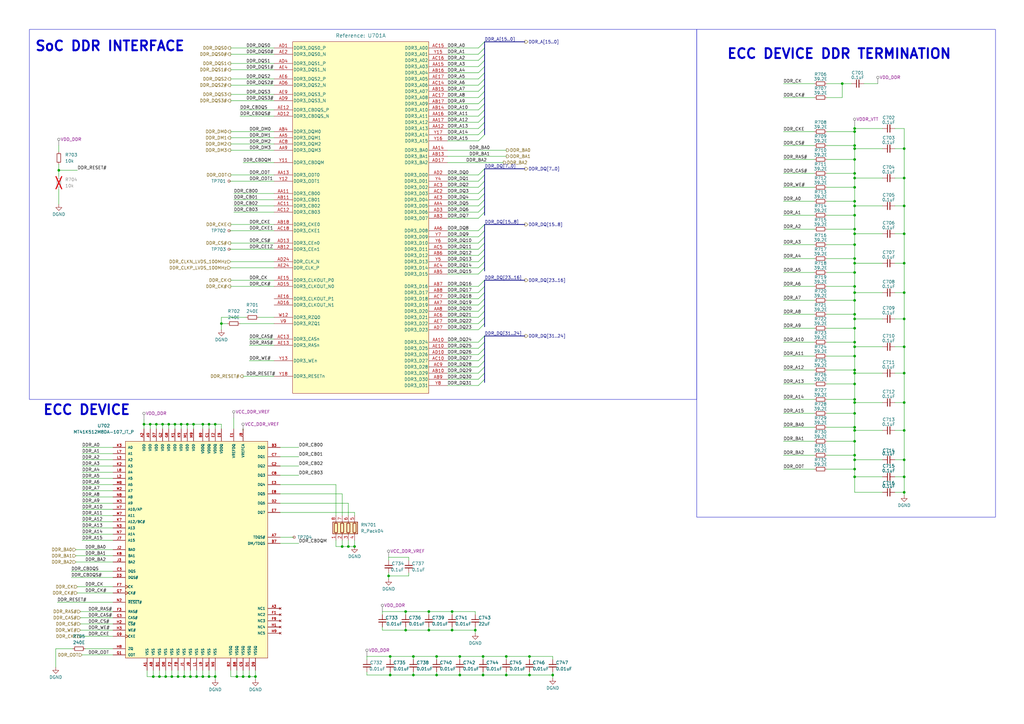
<source format=kicad_sch>
(kicad_sch (version 20250114) (generator "eeschema") (generator_version "9.0")
  (paper "A3")
  (title_block (title "Barre de son (base saine)") (date "2025-05-16") (rev "1.0") (company "NDH"))
  (lib_symbols
    (symbol "Connector:TestPoint_Small" (pin_numbers (hide yes)) (pin_names (offset 0.762) (hide yes))
      (property "Reference" "TP" (at 0 3.81 0))
      (property "Value" "TestPoint_Small" (at 0 2.032 0))
      (symbol "TestPoint_Small_1_1"
        (pin passive line (at 0 0 90) (length 0) (name "1") (number "1"))
      )
    )
    (symbol "Device:C_Small" (pin_numbers (hide yes)) (pin_names (offset 0.254) (hide yes))
      (property "Reference" "C" (at 0.254 1.778 0))
      (property "Value" "C_Small" (at 0.254 -2.032 0))
      (symbol "C_Small_1_1"
        (pin passive line (at 0 2.54 270) (length 2.032) (name "~") (number "1"))
        (pin passive line (at 0 -2.54 90) (length 2.032) (name "~") (number "2"))
      )
    )
    (symbol "Device:R_Pack04" (pin_names (offset 0) (hide yes))
      (property "Reference" "RN" (at -7.62 0 90))
      (property "Value" "R_Pack04" (at 5.08 0 90))
      (symbol "R_Pack04_1_1"
        (pin passive line (at -5.08 5.08 270) (length 2.54) (name "R1.2") (number "8"))
        (pin passive line (at -5.08 -5.08 90) (length 2.54) (name "R1.1") (number "1"))
        (pin passive line (at -2.54 5.08 270) (length 2.54) (name "R2.2") (number "7"))
        (pin passive line (at -2.54 -5.08 90) (length 2.54) (name "R2.1") (number "2"))
        (pin passive line (at 0 5.08 270) (length 2.54) (name "R3.2") (number "6"))
        (pin passive line (at 0 -5.08 90) (length 2.54) (name "R3.1") (number "3"))
        (pin passive line (at 2.54 5.08 270) (length 2.54) (name "R4.2") (number "5"))
        (pin passive line (at 2.54 -5.08 90) (length 2.54) (name "R4.1") (number "4"))
      )
    )
    (symbol "Device:R_Small" (pin_numbers (hide yes)) (pin_names (offset 0.254) (hide yes))
      (property "Reference" "R" (at 0.762 0.508 0))
      (property "Value" "R_Small" (at 0.762 -1.016 0))
      (symbol "R_Small_1_1"
        (pin passive line (at 0 2.54 270) (length 0.762) (name "~") (number "1"))
        (pin passive line (at 0 -2.54 90) (length 0.762) (name "~") (number "2"))
      )
    )
    (symbol "Libglobal:66AK2G12ABY100" (pin_names (offset 0.254))
      (property "Reference" "U" (at -46.228 -50.8 0) (show_name))
      (symbol "66AK2G12ABY100_1_1"
        (pin bidirectional line (at -68.58 110.49 0) (length 7.62) (name "DDR3_DQS0_P") (number "AD1"))
        (pin bidirectional line (at -68.58 107.95 0) (length 7.62) (name "DDR3_DQS0_N") (number "AE2"))
        (pin bidirectional line (at -68.58 104.14 0) (length 7.62) (name "DDR3_DQS1_P") (number "AD4"))
        (pin bidirectional line (at -68.58 101.6 0) (length 7.62) (name "DDR3_DQS1_N") (number "AE4"))
        (pin bidirectional line (at -68.58 97.79 0) (length 7.62) (name "DDR3_DQS2_P") (number "AE6"))
        (pin bidirectional line (at -68.58 95.25 0) (length 7.62) (name "DDR3_DQS2_N") (number "AD6"))
        (pin bidirectional line (at -68.58 91.44 0) (length 7.62) (name "DDR3_DQS3_P") (number "AE9"))
        (pin bidirectional line (at -68.58 88.9 0) (length 7.62) (name "DDR3_DQS3_N") (number "AD9"))
        (pin bidirectional line (at -68.58 85.09 0) (length 7.62) (name "DDR3_CBDQS_P") (number "AE12"))
        (pin bidirectional line (at -68.58 82.55 0) (length 7.62) (name "DDR3_CBDQS_N") (number "AD12"))
        (pin tri_state line (at -68.58 76.2 0) (length 7.62) (name "DDR3_DQM0") (number "AB4"))
        (pin tri_state line (at -68.58 73.66 0) (length 7.62) (name "DDR3_DQM1") (number "AA5"))
        (pin tri_state line (at -68.58 71.12 0) (length 7.62) (name "DDR3_DQM2") (number "AC8"))
        (pin tri_state line (at -68.58 68.58 0) (length 7.62) (name "DDR3_DQM3") (number "AA9"))
        (pin bidirectional line (at -68.58 63.5 0) (length 7.62) (name "DDR3_CBDQM") (number "Y11"))
        (pin tri_state line (at -68.58 58.42 0) (length 7.62) (name "DDR3_ODT0") (number "AA13"))
        (pin bidirectional line (at -68.58 55.88 0) (length 7.62) (name "DDR3_ODT1") (number "Y12"))
        (pin bidirectional line (at -68.58 50.8 0) (length 7.62) (name "DDR3_CB00") (number "AA11"))
        (pin bidirectional line (at -68.58 48.26 0) (length 7.62) (name "DDR3_CB01") (number "AB11"))
        (pin bidirectional line (at -68.58 45.72 0) (length 7.62) (name "DDR3_CB02") (number "AC11"))
        (pin bidirectional line (at -68.58 43.18 0) (length 7.62) (name "DDR3_CB03") (number "AC12"))
        (pin tri_state line (at -68.58 38.1 0) (length 7.62) (name "DDR3_CKE0") (number "AB18"))
        (pin bidirectional line (at -68.58 35.56 0) (length 7.62) (name "DDR3_CKE1") (number "AC18"))
        (pin tri_state line (at -68.58 30.48 0) (length 7.62) (name "DDR3_CEn0") (number "AD13"))
        (pin bidirectional line (at -68.58 27.94 0) (length 7.62) (name "DDR3_CEn1") (number "AB12"))
        (pin tri_state line (at -68.58 22.86 0) (length 7.62) (name "DDR_CLK_N") (number "AD24"))
        (pin tri_state line (at -68.58 20.32 0) (length 7.62) (name "DDR_CLK_P") (number "AE24"))
        (pin tri_state line (at -68.58 15.24 0) (length 7.62) (name "DDR3_CLKOUT_P0") (number "AE15"))
        (pin tri_state line (at -68.58 12.7 0) (length 7.62) (name "DDR3_CLKOUT_N0") (number "AD15"))
        (pin tri_state line (at -68.58 7.62 0) (length 7.62) (name "DDR3_CLKOUT_P1") (number "AE16"))
        (pin tri_state line (at -68.58 5.08 0) (length 7.62) (name "DDR3_CLKOUT_N1") (number "AD16"))
        (pin unspecified line (at -68.58 0 0) (length 7.62) (name "DDR3_RZQ0") (number "W12"))
        (pin unspecified line (at -68.58 -2.54 0) (length 7.62) (name "DDR3_RZQ1") (number "V9"))
        (pin tri_state line (at -68.58 -8.89 0) (length 7.62) (name "DDR3_CASn") (number "AC13"))
        (pin tri_state line (at -68.58 -11.43 0) (length 7.62) (name "DDR3_RASn") (number "AE13"))
        (pin tri_state line (at -68.58 -17.78 0) (length 7.62) (name "DDR3_WEn") (number "Y13"))
        (pin tri_state line (at -68.58 -24.13 0) (length 7.62) (name "DDR3_RESETn") (number "Y18"))
        (pin tri_state line (at 2.54 110.49 180) (length 7.62) (name "DDR3_A00") (number "AC15"))
        (pin tri_state line (at 2.54 107.95 180) (length 7.62) (name "DDR3_A01") (number "Y15"))
        (pin tri_state line (at 2.54 105.41 180) (length 7.62) (name "DDR3_A02") (number "AC16"))
        (pin tri_state line (at 2.54 102.87 180) (length 7.62) (name "DDR3_A03") (number "AA15"))
        (pin tri_state line (at 2.54 100.33 180) (length 7.62) (name "DDR3_A04") (number "AB16"))
        (pin tri_state line (at 2.54 97.79 180) (length 7.62) (name "DDR3_A05") (number "AE17"))
        (pin tri_state line (at 2.54 95.25 180) (length 7.62) (name "DDR3_A06") (number "AC14"))
        (pin tri_state line (at 2.54 92.71 180) (length 7.62) (name "DDR3_A07") (number "AB15"))
        (pin tri_state line (at 2.54 90.17 180) (length 7.62) (name "DDR3_A08") (number "AC17"))
        (pin tri_state line (at 2.54 87.63 180) (length 7.62) (name "DDR3_A09") (number "AB17"))
        (pin tri_state line (at 2.54 85.09 180) (length 7.62) (name "DDR3_A10") (number "AB14"))
        (pin tri_state line (at 2.54 82.55 180) (length 7.62) (name "DDR3_A11") (number "AA16"))
        (pin tri_state line (at 2.54 80.01 180) (length 7.62) (name "DDR3_A12") (number "AA17"))
        (pin tri_state line (at 2.54 77.47 180) (length 7.62) (name "DDR3_A13") (number "AA12"))
        (pin tri_state line (at 2.54 74.93 180) (length 7.62) (name "DDR3_A14") (number "Y17"))
        (pin tri_state line (at 2.54 72.39 180) (length 7.62) (name "DDR3_A15") (number "Y16"))
        (pin tri_state line (at 2.54 68.58 180) (length 7.62) (name "DDR3_BA0") (number "AA14"))
        (pin tri_state line (at 2.54 66.04 180) (length 7.62) (name "DDR3_BA1") (number "AB13"))
        (pin tri_state line (at 2.54 63.5 180) (length 7.62) (name "DDR3_BA2") (number "AD17"))
        (pin bidirectional line (at 2.54 58.42 180) (length 7.62) (name "DDR3_D00") (number "AD2"))
        (pin bidirectional line (at 2.54 55.88 180) (length 7.62) (name "DDR3_D01") (number "Y4"))
        (pin bidirectional line (at 2.54 53.34 180) (length 7.62) (name "DDR3_D02") (number "AC3"))
        (pin bidirectional line (at 2.54 50.8 180) (length 7.62) (name "DDR3_D03") (number "AC2"))
        (pin bidirectional line (at 2.54 48.26 180) (length 7.62) (name "DDR3_D04") (number "AE3"))
        (pin bidirectional line (at 2.54 45.72 180) (length 7.62) (name "DDR3_D05") (number "AA4"))
        (pin bidirectional line (at 2.54 43.18 180) (length 7.62) (name "DDR3_D06") (number "AD3"))
        (pin bidirectional line (at 2.54 40.64 180) (length 7.62) (name "DDR3_D07") (number "AB3"))
        (pin bidirectional line (at 2.54 35.56 180) (length 7.62) (name "DDR3_D08") (number "AA6"))
        (pin bidirectional line (at 2.54 33.02 180) (length 7.62) (name "DDR3_D09") (number "Y7"))
        (pin bidirectional line (at 2.54 30.48 180) (length 7.62) (name "DDR3_D10") (number "Y6"))
        (pin bidirectional line (at 2.54 27.94 180) (length 7.62) (name "DDR3_D11") (number "AC5"))
        (pin bidirectional line (at 2.54 25.4 180) (length 7.62) (name "DDR3_D12") (number "AB6"))
        (pin bidirectional line (at 2.54 22.86 180) (length 7.62) (name "DDR3_D13") (number "Y5"))
        (pin bidirectional line (at 2.54 20.32 180) (length 7.62) (name "DDR3_D14") (number "AC4"))
        (pin bidirectional line (at 2.54 17.78 180) (length 7.62) (name "DDR3_D15") (number "AB5"))
        (pin bidirectional line (at 2.54 12.7 180) (length 7.62) (name "DDR3_D16") (number "AB7"))
        (pin bidirectional line (at 2.54 10.16 180) (length 7.62) (name "DDR3_D17") (number "AB8"))
        (pin bidirectional line (at 2.54 7.62 180) (length 7.62) (name "DDR3_D18") (number "AC7"))
        (pin bidirectional line (at 2.54 5.08 180) (length 7.62) (name "DDR3_D19") (number "AA7"))
        (pin bidirectional line (at 2.54 2.54 180) (length 7.62) (name "DDR3_D20") (number "AA8"))
        (pin bidirectional line (at 2.54 0 180) (length 7.62) (name "DDR3_D21") (number "AC6"))
        (pin bidirectional line (at 2.54 -2.54 180) (length 7.62) (name "DDR3_D22") (number "AE7"))
        (pin bidirectional line (at 2.54 -5.08 180) (length 7.62) (name "DDR3_D23") (number "AD7"))
        (pin bidirectional line (at 2.54 -10.16 180) (length 7.62) (name "DDR3_D24") (number "AA10"))
        (pin bidirectional line (at 2.54 -12.7 180) (length 7.62) (name "DDR3_D25") (number "AE10"))
        (pin bidirectional line (at 2.54 -15.24 180) (length 7.62) (name "DDR3_D26") (number "AD10"))
        (pin bidirectional line (at 2.54 -17.78 180) (length 7.62) (name "DDR3_D27") (number "AC10"))
        (pin bidirectional line (at 2.54 -20.32 180) (length 7.62) (name "DDR3_D28") (number "AC9"))
        (pin bidirectional line (at 2.54 -22.86 180) (length 7.62) (name "DDR3_D29") (number "AB10"))
        (pin bidirectional line (at 2.54 -25.4 180) (length 7.62) (name "DDR3_D30") (number "AB9"))
        (pin bidirectional line (at 2.54 -27.94 180) (length 7.62) (name "DDR3_D31") (number "Y8"))
      )
      (symbol "66AK2G12ABY100_2_1"
        (pin bidirectional line (at -6.35 44.45 180) (length 7.62) (name "DSS_DATA0") (number "V22"))
        (pin bidirectional line (at -6.35 41.91 180) (length 7.62) (name "DSS_DATA1") (number "U21"))
        (pin bidirectional line (at -6.35 39.37 180) (length 7.62) (name "DSS_DATA2") (number "W22"))
        (pin bidirectional line (at -6.35 36.83 180) (length 7.62) (name "DSS_DATA3") (number "V23"))
        (pin bidirectional line (at -6.35 34.29 180) (length 7.62) (name "DSS_DATA4") (number "U23"))
        (pin bidirectional line (at -6.35 31.75 180) (length 7.62) (name "DSS_DATA5") (number "V24"))
        (pin bidirectional line (at -6.35 29.21 180) (length 7.62) (name "DSS_DATA6") (number "T21"))
        (pin bidirectional line (at -6.35 26.67 180) (length 7.62) (name "DSS_DATA7") (number "U22"))
        (pin bidirectional line (at -6.35 24.13 180) (length 7.62) (name "DSS_DATA8") (number "T22"))
        (pin bidirectional line (at -6.35 21.59 180) (length 7.62) (name "DSS_DATA9") (number "R21"))
        (pin bidirectional line (at -6.35 19.05 180) (length 7.62) (name "DSS_DATA10") (number "U24"))
        (pin bidirectional line (at -6.35 16.51 180) (length 7.62) (name "DSS_DATA11") (number "V25"))
        (pin bidirectional line (at -6.35 13.97 180) (length 7.62) (name "DSS_DATA12") (number "T24"))
        (pin bidirectional line (at -6.35 11.43 180) (length 7.62) (name "DSS_DATA13") (number "P21"))
        (pin bidirectional line (at -6.35 8.89 180) (length 7.62) (name "DSS_DATA14") (number "U25"))
        (pin bidirectional line (at -6.35 6.35 180) (length 7.62) (name "DSS_DATA15") (number "R22"))
        (pin bidirectional line (at -6.35 3.81 180) (length 7.62) (name "DSS_DATA16") (number "P23"))
        (pin bidirectional line (at -6.35 1.27 180) (length 7.62) (name "DSS_DATA17") (number "R24"))
        (pin bidirectional line (at -6.35 -1.27 180) (length 7.62) (name "DSS_DATA18") (number "N22"))
        (pin bidirectional line (at -6.35 -3.81 180) (length 7.62) (name "DSS_DATA19") (number "T25"))
        (pin bidirectional line (at -6.35 -6.35 180) (length 7.62) (name "DSS_DATA20") (number "N24"))
        (pin bidirectional line (at -6.35 -8.89 180) (length 7.62) (name "DSS_DATA21") (number "P24"))
        (pin bidirectional line (at -6.35 -11.43 180) (length 7.62) (name "DSS_DATA22") (number "P25"))
        (pin bidirectional line (at -6.35 -13.97 180) (length 7.62) (name "DSS_DATA23") (number "N23"))
        (pin bidirectional line (at -6.35 -20.32 180) (length 7.62) (name "DSS_VSYNC") (number "R25"))
        (pin bidirectional line (at -6.35 -24.13 180) (length 7.62) (name "DSS_HSYNC") (number "P22"))
        (pin bidirectional line (at -6.35 -27.94 180) (length 7.62) (name "DSS_PCLK") (number "N25"))
        (pin bidirectional line (at -6.35 -31.75 180) (length 7.62) (name "DSS_FID") (number "L25"))
        (pin bidirectional line (at -6.35 -35.56 180) (length 7.62) (name "DSS_DE") (number "M25"))
        (pin bidirectional line (at -6.35 -41.91 180) (length 7.62) (name "PR1_MDIO_DATA") (number "E18"))
      )
      (symbol "66AK2G12ABY100_3_1"
        (pin bidirectional line (at 1.27 71.12 180) (length 7.62) (name "PR1_PRU1_GPO0/PR1_PRU1_GPI0/GPIO1_26") (number "A14"))
        (pin bidirectional line (at 1.27 68.58 180) (length 7.62) (name "PR1_PRU1_GPO1/PR1_PRU1_GPI1/GPIO1_27") (number "B14"))
        (pin bidirectional line (at 1.27 66.04 180) (length 7.62) (name "PR1_PRU1_GPO2/PR1_PRU1_GPI2/GPIO1_28") (number "C14"))
        (pin bidirectional line (at 1.27 63.5 180) (length 7.62) (name "PR1_PRU1_GPO3/PR1_PRU1_GPI3/GPIO1_29") (number "E14"))
        (pin bidirectional line (at 1.27 60.96 180) (length 7.62) (name "PR1_PRU1_GPO4/PR1_PRU1_GPI4/GPIO1_30") (number "D14"))
        (pin bidirectional line (at 1.27 58.42 180) (length 7.62) (name "PR1_PRU1_GPO5/PR1_PRU1_GPI5/GPIO1_31") (number "A15"))
        (pin bidirectional line (at 1.27 55.88 180) (length 7.62) (name "PR1_PRU1_GPO6/PR1_PRU1_GPI6/GPIO1_32") (number "F14"))
        (pin bidirectional line (at 1.27 53.34 180) (length 7.62) (name "PR1_PRU1_GPO7/PR1_PRU1_GPI7/GPIO1_33") (number "B15"))
        (pin bidirectional line (at 1.27 50.8 180) (length 7.62) (name "PR1_PRU1_GPO8/PR1_PRU1_GPI8/GPIO1_34") (number "C15"))
        (pin bidirectional line (at 1.27 48.26 180) (length 7.62) (name "PR1_PRU1_GPO15/PR1_PRU1_GPI15/GPIO1_41") (number "C18"))
        (pin bidirectional line (at 1.27 45.72 180) (length 7.62) (name "PR1_PRU1_GPO16/PR1_PRU1_GPI16/GPIO1_42") (number "D16"))
        (pin bidirectional line (at 1.27 38.1 180) (length 7.62) (name "GPMC_BEn1/GPIO0_21") (number "AB24"))
        (pin bidirectional line (at 1.27 30.48 180) (length 7.62) (name "GPMC_CLK/GPIO0_16") (number "AB23"))
        (pin bidirectional line (at 1.27 22.86 180) (length 7.62) (name "MII_RXER/RMII_RXER/GPIO0_82") (number "F23"))
        (pin bidirectional line (at 1.27 20.32 180) (length 7.62) (name "MII_COL/GPIO0_83") (number "B25"))
        (pin bidirectional line (at 1.27 17.78 180) (length 7.62) (name "MII_CRS/RMII_CRS_DV/GPIO0_84") (number "G22"))
        (pin bidirectional line (at 1.27 12.7 180) (length 7.62) (name "SPI3_SCSn1/PR0_UART0_RXD/GPIO0_87") (number "E25"))
        (pin bidirectional line (at 1.27 7.62 180) (length 7.62) (name "SPI1_SCSn1/GPIO0_100") (number "N3"))
      )
      (symbol "66AK2G12ABY100_4_1"
        (pin bidirectional line (at -15.24 -25.4 180) (length 7.62) (name "SPI0_SOMI") (number "M1"))
        (pin bidirectional line (at -15.24 -30.48 180) (length 7.62) (name "SPI0_SIMO") (number "N4"))
        (pin bidirectional line (at -15.24 -35.56 180) (length 7.62) (name "SPI0_CLK") (number "M2"))
        (pin bidirectional line (at -15.24 -40.64 180) (length 7.62) (name "SPI0_SCSn0") (number "M3"))
        (pin bidirectional line (at -15.24 -45.72 180) (length 7.62) (name "SPI0_SCSn1") (number "M4"))
      )
      (symbol "66AK2G12ABY100_5_1"
        (pin bidirectional line (at -7.62 31.75 180) (length 7.62) (name "GPMC_AD0") (number "AC21"))
        (pin bidirectional line (at -7.62 29.21 180) (length 7.62) (name "GPMC_AD1") (number "AE20"))
        (pin bidirectional line (at -7.62 26.67 180) (length 7.62) (name "GPMC_AD2") (number "AD22"))
        (pin bidirectional line (at -7.62 24.13 180) (length 7.62) (name "GPMC_AD3") (number "AD20"))
        (pin bidirectional line (at -7.62 21.59 180) (length 7.62) (name "GPMC_AD4") (number "AE21"))
        (pin bidirectional line (at -7.62 19.05 180) (length 7.62) (name "GPMC_AD5") (number "AE22"))
        (pin bidirectional line (at -7.62 16.51 180) (length 7.62) (name "GPMC_AD6") (number "AC20"))
        (pin bidirectional line (at -7.62 13.97 180) (length 7.62) (name "GPMC_AD7") (number "AD21"))
        (pin bidirectional line (at -7.62 11.43 180) (length 7.62) (name "GPMC_AD8") (number "AE23"))
        (pin bidirectional line (at -7.62 8.89 180) (length 7.62) (name "GPMC_AD9") (number "AB20"))
        (pin bidirectional line (at -7.62 6.35 180) (length 7.62) (name "GPMC_AD10") (number "AA20"))
        (pin bidirectional line (at -7.62 3.81 180) (length 7.62) (name "GPMC_AD11") (number "AD23"))
        (pin bidirectional line (at -7.62 1.27 180) (length 7.62) (name "GPMC_AD12") (number "AA21"))
        (pin bidirectional line (at -7.62 -1.27 180) (length 7.62) (name "GPMC_AD13") (number "AB21"))
        (pin bidirectional line (at -7.62 -3.81 180) (length 7.62) (name "GPMC_AD14") (number "AB22"))
        (pin bidirectional line (at -7.62 -6.35 180) (length 7.62) (name "GPMC_AD15") (number "AA22"))
        (pin bidirectional line (at -7.62 -16.51 180) (length 7.62) (name "GPMC_ADVn_ALE") (number "AC23"))
        (pin bidirectional line (at -7.62 -19.05 180) (length 7.62) (name "GPMC_OEn_REn") (number "AC22"))
        (pin bidirectional line (at -7.62 -21.59 180) (length 7.62) (name "GPMC_WEn") (number "Y22"))
        (pin bidirectional line (at -7.62 -24.13 180) (length 7.62) (name "GPMC_BEn0_CLE") (number "AC24"))
        (pin bidirectional line (at -7.62 -26.67 180) (length 7.62) (name "GPMC_WAIT0") (number "Y24"))
        (pin bidirectional line (at -7.62 -36.83 180) (length 7.62) (name "GPMC_WPn") (number "W25"))
        (pin bidirectional line (at -7.62 -43.18 180) (length 7.62) (name "GPMC_CSn0") (number "AB25"))
      )
      (symbol "66AK2G12ABY100_6_1"
        (pin bidirectional line (at -11.43 8.89 180) (length 7.62) (name "MMC1_DAT0") (number "H3"))
        (pin bidirectional line (at -11.43 3.81 180) (length 7.62) (name "MMC1_DAT1") (number "F5"))
        (pin bidirectional line (at -11.43 -1.27 180) (length 7.62) (name "MMC1_DAT2") (number "J5"))
        (pin bidirectional line (at -11.43 -6.35 180) (length 7.62) (name "MMC1_DAT3") (number "H4"))
        (pin bidirectional line (at -11.43 -11.43 180) (length 7.62) (name "MMC1_DAT4") (number "E3"))
        (pin bidirectional line (at -11.43 -13.97 180) (length 7.62) (name "MMC1_DAT5") (number "G4"))
        (pin bidirectional line (at -11.43 -16.51 180) (length 7.62) (name "MMC1_DAT6") (number "F4"))
        (pin bidirectional line (at -11.43 -19.05 180) (length 7.62) (name "MMC1_DAT7") (number "G5"))
        (pin bidirectional line (at -11.43 -24.13 180) (length 7.62) (name "MMC1_CLK") (number "J4"))
        (pin bidirectional line (at -11.43 -29.21 180) (length 7.62) (name "MMC1_CMD") (number "J2"))
        (pin bidirectional line (at -11.43 -34.29 180) (length 7.62) (name "MMC1_POW") (number "K2"))
        (pin bidirectional line (at -11.43 -36.83 180) (length 7.62) (name "MMC1_SDCD") (number "J3"))
        (pin bidirectional line (at -11.43 -43.18 180) (length 7.62) (name "MMC1_SDWP") (number "K3"))
      )
      (symbol "66AK2G12ABY100_7_1"
        (pin bidirectional line (at -13.97 29.21 180) (length 7.62) (name "MII_TXD0") (number "G23"))
        (pin bidirectional line (at -13.97 24.13 180) (length 7.62) (name "MII_TXD1") (number "G24"))
        (pin bidirectional line (at -13.97 19.05 180) (length 7.62) (name "MII_TXD2") (number "G25"))
        (pin bidirectional line (at -13.97 13.97 180) (length 7.62) (name "MII_TXD3") (number "D25"))
        (pin bidirectional line (at -13.97 6.35 180) (length 7.62) (name "MII_TXCLK") (number "C25"))
        (pin bidirectional line (at -13.97 1.27 180) (length 7.62) (name "MII_TXEN") (number "H25"))
        (pin bidirectional line (at -13.97 -6.35 180) (length 7.62) (name "MDIO_CLK") (number "U3"))
        (pin bidirectional line (at -13.97 -10.16 180) (length 7.62) (name "MDIO_DATA") (number "V3"))
        (pin bidirectional line (at -13.97 -17.78 180) (length 7.62) (name "MII_RXCLK") (number "A22"))
        (pin bidirectional line (at -13.97 -22.86 180) (length 7.62) (name "MII_RXDV") (number "A24"))
        (pin bidirectional line (at -13.97 -30.48 180) (length 7.62) (name "MII_RXD0") (number "B24"))
        (pin bidirectional line (at -13.97 -35.56 180) (length 7.62) (name "MII_RXD1") (number "C23"))
        (pin bidirectional line (at -13.97 -40.64 180) (length 7.62) (name "MII_RXD2") (number "B23"))
        (pin bidirectional line (at -13.97 -45.72 180) (length 7.62) (name "MII_RXD3") (number "F22"))
      )
      (symbol "66AK2G12ABY100_8_1"
        (pin input line (at -10.16 -5.08 180) (length 7.62) (name "NMIn") (number "W1"))
        (pin input line (at -10.16 -10.16 180) (length 7.62) (name "PORn") (number "AA3"))
        (pin input line (at -10.16 -15.24 180) (length 7.62) (name "LRESETNMIENn") (number "V1"))
        (pin input line (at -10.16 -20.32 180) (length 7.62) (name "LRESETn") (number "V2"))
        (pin input line (at -10.16 -25.4 180) (length 7.62) (name "RESETn") (number "W3"))
        (pin input line (at -10.16 -30.48 180) (length 7.62) (name "RESETFULLn") (number "W2"))
        (pin output line (at -10.16 -38.1 180) (length 7.62) (name "RESETSTATn") (number "Y2"))
        (pin tri_state line (at -10.16 -45.72 180) (length 7.62) (name "BOOTCOMPLETE") (number "Y3"))
      )
      (symbol "66AK2G12ABY100_9_1"
        (pin input line (at -69.85 8.89 0) (length 7.62) (name "AUDOSC_IN") (number "C17"))
        (pin output line (at -69.85 -2.54 0) (length 7.62) (name "AUDOSC_OUT") (number "A17"))
        (pin power_in line (at -69.85 -7.62 0) (length 7.62) (name "VSS_OSC_AUDIO") (number "B17"))
        (pin output line (at -69.85 -12.7 0) (length 7.62) (name "USB1_XO") (number "C20"))
        (pin output line (at -69.85 -17.78 0) (length 7.62) (name "USB0_XO") (number "D19"))
        (pin tri_state line (at -69.85 -26.67 0) (length 7.62) (name "OBSPLL_LOCK") (number "N5"))
        (pin output line (at -69.85 -30.48 0) (length 7.62) (name "OBSCLK_P") (number "K1"))
        (pin output line (at -69.85 -34.29 0) (length 7.62) (name "OBSCLK_N") (number "L1"))
        (pin output line (at -69.85 -44.45 0) (length 7.62) (name "RMII_REFCLK/PR0_eCAP0_eCAP_SYNCOUT") (number "D24"))
        (pin input line (at 6.35 8.89 180) (length 7.62) (name "SYSOSC_IN") (number "AC19"))
        (pin output line (at 6.35 -3.81 180) (length 7.62) (name "SYSOSC_OUT") (number "AE19"))
        (pin power_in line (at 6.35 -8.89 180) (length 7.62) (name "VSS_OSC_SYS") (number "AD19"))
        (pin input line (at 6.35 -15.24 180) (length 7.62) (name "SYSCLK_P") (number "AD25"))
        (pin input line (at 6.35 -20.32 180) (length 7.62) (name "SYSCLK_N") (number "AC25"))
        (pin input line (at 6.35 -26.67 180) (length 7.62) (name "SYSCLKSEL") (number "R1"))
        (pin tri_state line (at 6.35 -33.02 180) (length 7.62) (name "SYSCLKOUT") (number "M21"))
        (pin input line (at 6.35 -39.37 180) (length 7.62) (name "CPTS_REFCLK_P") (number "K21"))
        (pin input line (at 6.35 -44.45 180) (length 7.62) (name "CPTS_REFCLK_N") (number "L21"))
      )
      (symbol "66AK2G12ABY100_10_1"
        (pin input line (at -17.78 -17.78 180) (length 7.62) (name "TDI") (number "L5"))
        (pin tri_state line (at -17.78 -21.59 180) (length 7.62) (name "TDO") (number "K5"))
        (pin input line (at -17.78 -25.4 180) (length 7.62) (name "TCK") (number "L3"))
        (pin input line (at -17.78 -29.21 180) (length 7.62) (name "TMS") (number "K4"))
        (pin input line (at -17.78 -33.02 180) (length 7.62) (name "TRSTn") (number "L4"))
        (pin bidirectional line (at -17.78 -39.37 180) (length 7.62) (name "EMU00") (number "M22"))
        (pin bidirectional line (at -17.78 -45.72 180) (length 7.62) (name "EMU01") (number "L22"))
      )
      (symbol "66AK2G12ABY100_11_1"
        (pin bidirectional line (at -10.16 5.08 180) (length 7.62) (name "MLBP_DAT_P") (number "K23"))
        (pin bidirectional line (at -10.16 0 180) (length 7.62) (name "MLBP_DAT_N") (number "K22"))
        (pin bidirectional line (at -10.16 -6.35 180) (length 7.62) (name "MLBP_SIG_P") (number "L24"))
        (pin bidirectional line (at -10.16 -11.43 180) (length 7.62) (name "MLBP_SIG_N") (number "M24"))
        (pin input line (at -10.16 -19.05 180) (length 7.62) (name "MLBP_CLK_P") (number "M23"))
        (pin input line (at -10.16 -24.13 180) (length 7.62) (name "MLBP_CLK_N") (number "L23"))
        (pin bidirectional line (at -10.16 -34.29 180) (length 7.62) (name "GPMC_WAIT1") (number "AA24"))
        (pin bidirectional line (at -10.16 -39.37 180) (length 7.62) (name "GPMC_DIR") (number "AA25"))
        (pin bidirectional line (at -10.16 -44.45 180) (length 7.62) (name "GPMC_CSn1") (number "W24"))
      )
      (symbol "66AK2G12ABY100_12_1"
        (pin bidirectional line (at -13.97 -13.97 180) (length 7.62) (name "USB1_DP") (number "B20"))
        (pin bidirectional line (at -13.97 -17.78 180) (length 7.62) (name "USB1_DM") (number "A20"))
        (pin unspecified line (at -13.97 -25.4 180) (length 7.62) (name "USB1_ID") (number "E20"))
        (pin unspecified line (at -13.97 -30.48 180) (length 7.62) (name "USB1_VBUS") (number "A21"))
        (pin tri_state line (at -13.97 -38.1 180) (length 7.62) (name "USB1_DRVVBUS") (number "B21"))
        (pin unspecified line (at -13.97 -45.72 180) (length 7.62) (name "USB1_TXRTUNE_RKELVIN") (number "D20"))
      )
      (symbol "66AK2G12ABY100_13_1"
        (pin bidirectional line (at -16.51 -38.1 180) (length 7.62) (name "I2C0_SCL") (number "U5"))
        (pin bidirectional line (at -16.51 -45.72 180) (length 7.62) (name "I2C0_SDA") (number "W5"))
      )
      (symbol "66AK2G12ABY100_14_1"
        (pin bidirectional line (at -7.62 -7.62 180) (length 7.62) (name "QSPI_D0") (number "J23"))
        (pin bidirectional line (at -7.62 -11.43 180) (length 7.62) (name "QSPI_D1") (number "J22"))
        (pin bidirectional line (at -7.62 -15.24 180) (length 7.62) (name "QSPI_D2") (number "J21"))
        (pin bidirectional line (at -7.62 -19.05 180) (length 7.62) (name "QSPI_D3") (number "J24"))
        (pin bidirectional line (at -7.62 -25.4 180) (length 7.62) (name "QSPI_CSn0") (number "J25"))
        (pin bidirectional line (at -7.62 -31.75 180) (length 7.62) (name "QSPI_CLK") (number "K25"))
        (pin bidirectional line (at -7.62 -38.1 180) (length 7.62) (name "QSPI_RCLK") (number "K24"))
        (pin bidirectional line (at -7.62 -45.72 180) (length 7.62) (name "QSPI_CSn1") (number "H23"))
      )
      (symbol "66AK2G12ABY100_15_1"
        (pin tri_state line (at -15.24 -34.29 180) (length 7.62) (name "UART0_TXD") (number "T1"))
        (pin input line (at -15.24 -38.1 180) (length 7.62) (name "UART0_RXD") (number "T4"))
        (pin bidirectional line (at -15.24 -41.91 180) (length 7.62) (name "UART0_CTSn") (number "T2"))
        (pin bidirectional line (at -15.24 -45.72 180) (length 7.62) (name "UART0_RTSn") (number "U1"))
      )
      (symbol "66AK2G12ABY100_16_1"
        (pin output line (at -13.97 -6.35 180) (length 7.62) (name "PCIE_TXP0") (number "G1"))
        (pin output line (at -13.97 -11.43 180) (length 7.62) (name "PCIE_TXN0") (number "H1"))
        (pin input line (at -13.97 -19.05 180) (length 7.62) (name "PCIE_RXP0") (number "E1"))
        (pin input line (at -13.97 -24.13 180) (length 7.62) (name "PCIE_RXN0") (number "D1"))
        (pin input line (at -13.97 -31.75 180) (length 7.62) (name "PCIE_CLK_P") (number "G2"))
        (pin input line (at -13.97 -35.56 180) (length 7.62) (name "PCIE_CLK_N") (number "F2"))
        (pin unspecified line (at -13.97 -43.18 180) (length 7.62) (name "PCIE_REFRES") (number "H7"))
      )
      (symbol "66AK2G12ABY100_17_1"
        (pin bidirectional line (at -8.89 -30.48 180) (length 7.62) (name "DCAN0_TX") (number "P5"))
        (pin bidirectional line (at -8.89 -35.56 180) (length 7.62) (name "DCAN0_RX") (number "R5"))
        (pin bidirectional line (at -8.89 -43.18 180) (length 7.62) (name "QSPI_CSn2") (number "H22"))
        (pin bidirectional line (at -8.89 -46.99 180) (length 7.62) (name "QSPI_CSn3") (number "H21"))
      )
      (symbol "66AK2G12ABY100_18_1"
        (pin bidirectional line (at -6.35 3.81 180) (length 7.62) (name "eHRPWM3_A") (number "A23"))
        (pin bidirectional line (at -6.35 0 180) (length 7.62) (name "eHRPWM3_B") (number "B22"))
        (pin bidirectional line (at -6.35 -3.81 180) (length 7.62) (name "MII_TXER") (number "H24"))
        (pin bidirectional line (at -6.35 -7.62 180) (length 7.62) (name "eHRPWM3_SYNCO") (number "D23"))
        (pin bidirectional line (at -6.35 -11.43 180) (length 7.62) (name "eHRPWM3_SYNCI") (number "C22"))
        (pin bidirectional line (at -6.35 -17.78 180) (length 7.62) (name "PR1_PRU0_GPO18") (number "D12"))
        (pin bidirectional line (at -6.35 -21.59 180) (length 7.62) (name "PR1_PRU0_GPO19") (number "D13"))
        (pin bidirectional line (at -6.35 -25.4 180) (length 7.62) (name "PR1_PRU0_GPO17") (number "E13"))
        (pin bidirectional line (at -6.35 -31.75 180) (length 7.62) (name "PR1_PRU1_GPO18") (number "E17"))
        (pin bidirectional line (at -6.35 -35.56 180) (length 7.62) (name "PR1_PRU1_GPO19") (number "E16"))
        (pin bidirectional line (at -6.35 -39.37 180) (length 7.62) (name "PR1_PRU1_GPO17") (number "F16"))
        (pin bidirectional line (at -6.35 -45.72 180) (length 7.62) (name "PR1_MDIO_MDCLK") (number "D18"))
      )
      (symbol "66AK2G12ABY100_19_1"
        (pin unspecified line (at -8.89 -3.81 180) (length 7.62) (name "RSV1") (number "AA19"))
        (pin input line (at -8.89 -7.62 180) (length 7.62) (name "RSV2") (number "AB19"))
        (pin unspecified line (at -8.89 -11.43 180) (length 7.62) (name "RSV3") (number "Y20"))
        (pin unspecified line (at -8.89 -15.24 180) (length 7.62) (name "RSV4") (number "W19"))
        (pin unspecified line (at -8.89 -19.05 180) (length 7.62) (name "RSV5") (number "D2"))
        (pin input line (at -8.89 -22.86 180) (length 7.62) (name "RSV6") (number "L2"))
        (pin unspecified line (at -8.89 -26.67 180) (length 7.62) (name "RSV7") (number "G3"))
        (pin unspecified line (at -8.89 -30.48 180) (length 7.62) (name "RSV8") (number "F18"))
        (pin unspecified line (at -8.89 -34.29 180) (length 7.62) (name "RSV9") (number "H2"))
        (pin tri_state line (at -8.89 -38.1 180) (length 7.62) (name "RSV10") (number "AA18"))
        (pin tri_state line (at -8.89 -41.91 180) (length 7.62) (name "RSV11") (number "Y19"))
        (pin unspecified line (at -8.89 -45.72 180) (length 7.62) (name "RSV12") (number "Y14"))
      )
      (symbol "66AK2G12ABY100_20_1"
        (pin power_in line (at -57.15 46.99 0) (length 7.62) (name "CVDD") (number "N14"))
        (pin power_in line (at -57.15 44.45 0) (length 7.62) (name "CVDD") (number "N12"))
        (pin power_in line (at -57.15 41.91 0) (length 7.62) (name "CVDD") (number "N10"))
        (pin power_in line (at -57.15 39.37 0) (length 7.62) (name "CVDD") (number "M17"))
        (pin power_in line (at -57.15 36.83 0) (length 7.62) (name "CVDD") (number "M15"))
        (pin power_in line (at -57.15 34.29 0) (length 7.62) (name "CVDD") (number "M13"))
        (pin power_in line (at -57.15 31.75 0) (length 7.62) (name "CVDD") (number "M11"))
        (pin power_in line (at -57.15 29.21 0) (length 7.62) (name "CVDD") (number "M9"))
        (pin power_in line (at -57.15 26.67 0) (length 7.62) (name "CVDD") (number "L18"))
        (pin power_in line (at -57.15 24.13 0) (length 7.62) (name "CVDD") (number "L16"))
        (pin power_in line (at -57.15 21.59 0) (length 7.62) (name "CVDD") (number "L14"))
        (pin power_in line (at -57.15 19.05 0) (length 7.62) (name "CVDD") (number "L12"))
        (pin power_in line (at -57.15 16.51 0) (length 7.62) (name "CVDD") (number "L10"))
        (pin power_in line (at -57.15 13.97 0) (length 7.62) (name "CVDD") (number "K17"))
        (pin power_in line (at -57.15 11.43 0) (length 7.62) (name "CVDD") (number "K15"))
        (pin power_in line (at -57.15 8.89 0) (length 7.62) (name "CVDD") (number "K13"))
        (pin power_in line (at -57.15 6.35 0) (length 7.62) (name "CVDD") (number "K11"))
        (pin power_in line (at -57.15 3.81 0) (length 7.62) (name "CVDD") (number "K9"))
        (pin power_in line (at -57.15 1.27 0) (length 7.62) (name "CVDD") (number "J16"))
        (pin power_in line (at -57.15 -5.08 0) (length 7.62) (name "CVDD1") (number "T13"))
        (pin power_in line (at -57.15 -7.62 0) (length 7.62) (name "CVDD1") (number "N18"))
        (pin power_in line (at -57.15 -10.16 0) (length 7.62) (name "CVDD1") (number "N8"))
        (pin power_in line (at -57.15 -12.7 0) (length 7.62) (name "CVDD1") (number "J12"))
        (pin power_in line (at -57.15 -15.24 0) (length 7.62) (name "CVDD1") (number "M5"))
        (pin power_in line (at -6.35 46.99 180) (length 7.62) (name "CVDD") (number "N16"))
        (pin power_in line (at -6.35 44.45 180) (length 7.62) (name "CVDD") (number "P9"))
        (pin power_in line (at -6.35 41.91 180) (length 7.62) (name "CVDD") (number "P11"))
        (pin power_in line (at -6.35 39.37 180) (length 7.62) (name "CVDD") (number "P13"))
        (pin power_in line (at -6.35 36.83 180) (length 7.62) (name "CVDD") (number "P15"))
        (pin power_in line (at -6.35 34.29 180) (length 7.62) (name "CVDD") (number "P17"))
        (pin power_in line (at -6.35 31.75 180) (length 7.62) (name "CVDD") (number "R8"))
        (pin power_in line (at -6.35 29.21 180) (length 7.62) (name "CVDD") (number "R10"))
        (pin power_in line (at -6.35 26.67 180) (length 7.62) (name "CVDD") (number "R12"))
        (pin power_in line (at -6.35 24.13 180) (length 7.62) (name "CVDD") (number "R14"))
        (pin power_in line (at -6.35 21.59 180) (length 7.62) (name "CVDD") (number "R16"))
        (pin power_in line (at -6.35 19.05 180) (length 7.62) (name "CVDD") (number "R18"))
        (pin power_in line (at -6.35 16.51 180) (length 7.62) (name "CVDD") (number "T9"))
        (pin power_in line (at -6.35 13.97 180) (length 7.62) (name "CVDD") (number "T11"))
        (pin power_in line (at -6.35 11.43 180) (length 7.62) (name "CVDD") (number "T15"))
        (pin power_in line (at -6.35 8.89 180) (length 7.62) (name "CVDD") (number "T17"))
        (pin power_in line (at -6.35 6.35 180) (length 7.62) (name "CVDD") (number "U16"))
        (pin power_in line (at -6.35 3.81 180) (length 7.62) (name "CVDD") (number "J10"))
        (pin power_in line (at -6.35 1.27 180) (length 7.62) (name "CVDD") (number "J14"))
      )
      (symbol "66AK2G12ABY100_21_1"
        (pin power_in line (at -2.54 50.8 180) (length 7.62) (name "DVDD33") (number "H9"))
        (pin power_in line (at -2.54 48.26 180) (length 7.62) (name "DVDD33") (number "AA23"))
        (pin power_in line (at -2.54 45.72 180) (length 7.62) (name "DVDD33") (number "E23"))
        (pin power_in line (at -2.54 43.18 180) (length 7.62) (name "DVDD33") (number "F21"))
        (pin power_in line (at -2.54 40.64 180) (length 7.62) (name "DVDD33") (number "G20"))
        (pin power_in line (at -2.54 38.1 180) (length 7.62) (name "DVDD33") (number "J20"))
        (pin power_in line (at -2.54 35.56 180) (length 7.62) (name "DVDD33") (number "P19"))
        (pin power_in line (at -2.54 33.02 180) (length 7.62) (name "DVDD33") (number "R20"))
        (pin power_in line (at -2.54 30.48 180) (length 7.62) (name "DVDD33") (number "T19"))
        (pin power_in line (at -2.54 27.94 180) (length 7.62) (name "DVDD33") (number "U20"))
        (pin power_in line (at -2.54 25.4 180) (length 7.62) (name "DVDD33") (number "V21"))
        (pin power_in line (at -2.54 22.86 180) (length 7.62) (name "DVDD33") (number "F7"))
        (pin power_in line (at -2.54 20.32 180) (length 7.62) (name "DVDD33") (number "F11"))
        (pin power_in line (at -2.54 17.78 180) (length 7.62) (name "DVDD33") (number "F15"))
        (pin power_in line (at -2.54 15.24 180) (length 7.62) (name "DVDD33") (number "G12"))
        (pin power_in line (at -2.54 12.7 180) (length 7.62) (name "DVDD33") (number "G16"))
        (pin power_in line (at -2.54 10.16 180) (length 7.62) (name "DVDD33") (number "H11"))
        (pin power_in line (at -2.54 7.62 180) (length 7.62) (name "DVDD33") (number "H13"))
        (pin power_in line (at -2.54 5.08 180) (length 7.62) (name "DVDD33") (number "H15"))
        (pin power_in line (at -2.54 2.54 180) (length 7.62) (name "DVDD33") (number "P7"))
        (pin power_in line (at -2.54 0 180) (length 7.62) (name "DVDD33") (number "R6"))
        (pin power_in line (at -2.54 -2.54 180) (length 7.62) (name "DVDD33") (number "T23"))
        (pin power_in line (at -2.54 -5.08 180) (length 7.62) (name "DVDD33") (number "T7"))
        (pin power_in line (at -2.54 -11.43 180) (length 7.62) (name "DVDD33_USB") (number "H17"))
        (pin power_in line (at -2.54 -13.97 180) (length 7.62) (name "DVDD33_USB") (number "G18"))
      )
      (symbol "66AK2G12ABY100_22_1"
        (pin power_in line (at -67.31 15.24 0) (length 7.62) (name "DVDD18") (number "F17"))
        (pin power_in line (at -67.31 12.7 0) (length 7.62) (name "DVDD18") (number "L20"))
        (pin power_in line (at -67.31 10.16 0) (length 7.62) (name "DVDD18") (number "K19"))
        (pin power_in line (at -67.31 7.62 0) (length 7.62) (name "DVDD18") (number "M7"))
        (pin power_in line (at -67.31 5.08 0) (length 7.62) (name "DVDD18") (number "L6"))
        (pin power_in line (at -67.31 2.54 0) (length 7.62) (name "DVDD18") (number "W6"))
        (pin power_in line (at -67.31 0 0) (length 7.62) (name "DVDD18") (number "U6"))
        (pin power_in line (at -67.31 -2.54 0) (length 7.62) (name "DVDD18") (number "U18"))
        (pin power_in line (at -67.31 -5.08 0) (length 7.62) (name "DVDD18") (number "V19"))
        (pin power_in line (at -67.31 -7.62 0) (length 7.62) (name "DVDD18") (number "J6"))
        (pin power_in line (at -67.31 -10.16 0) (length 7.62) (name "DVDD18") (number "H5"))
        (pin power_in line (at -67.31 -13.97 0) (length 7.62) (name "DVDD18") (number "G6"))
        (pin power_in line (at -67.31 -16.51 0) (length 7.62) (name "DVDD18") (number "F19"))
        (pin power_in line (at 1.27 15.24 180) (length 7.62) (name "DVDD_DDR") (number "AD5"))
        (pin power_in line (at 1.27 12.7 180) (length 7.62) (name "DVDD_DDR") (number "AD11"))
        (pin power_in line (at 1.27 10.16 180) (length 7.62) (name "DVDD_DDR") (number "AD18"))
        (pin power_in line (at 1.27 7.62 180) (length 7.62) (name "DVDD_DDR") (number "U8"))
        (pin power_in line (at 1.27 5.08 180) (length 7.62) (name "DVDD_DDR") (number "U10"))
        (pin power_in line (at 1.27 2.54 180) (length 7.62) (name "DVDD_DDR") (number "U12"))
        (pin power_in line (at 1.27 0 180) (length 7.62) (name "DVDD_DDR") (number "U14"))
        (pin power_in line (at 1.27 -2.54 180) (length 7.62) (name "DVDD_DDR") (number "V7"))
        (pin power_in line (at 1.27 -5.08 180) (length 7.62) (name "DVDD_DDR") (number "V11"))
        (pin power_in line (at 1.27 -7.62 180) (length 7.62) (name "DVDD_DDR") (number "V13"))
        (pin power_in line (at 1.27 -10.16 180) (length 7.62) (name "DVDD_DDR") (number "V15"))
        (pin power_in line (at 1.27 -12.7 180) (length 7.62) (name "DVDD_DDR") (number "V17"))
        (pin power_in line (at 1.27 -15.24 180) (length 7.62) (name "DVDD_DDR") (number "W16"))
        (pin power_in line (at 1.27 -17.78 180) (length 7.62) (name "DVDD_DDR") (number "W18"))
        (pin power_in line (at 1.27 -20.32 180) (length 7.62) (name "DVDD_DDR") (number "AE8"))
        (pin power_in line (at 1.27 -22.86 180) (length 7.62) (name "DVDD_DDR") (number "AE14"))
        (pin unspecified line (at 1.27 -33.02 180) (length 7.62) (name "DDR3_VREFSSTL") (number "Y9"))
      )
      (symbol "66AK2G12ABY100_23_1"
        (pin power_in line (at -8.89 21.59 180) (length 7.62) (name "DVDD_DDRDLL") (number "W8"))
        (pin power_in line (at -8.89 19.05 180) (length 7.62) (name "DVDD_DDRDLL") (number "W10"))
        (pin power_in line (at -8.89 16.51 180) (length 7.62) (name "DVDD_DDRDLL") (number "W14"))
        (pin power_in line (at -8.89 10.16 180) (length 7.62) (name "AVDDA_DDRPLL") (number "W20"))
        (pin power_in line (at -8.89 6.35 180) (length 7.62) (name "AVDDA_DSSPLL") (number "N20"))
        (pin power_in line (at -8.89 2.54 180) (length 7.62) (name "AVDDA_MAINPLL") (number "M19"))
        (pin power_in line (at -8.89 -1.27 180) (length 7.62) (name "AVDDA_NSSPLL") (number "G14"))
        (pin power_in line (at -8.89 -5.08 180) (length 7.62) (name "AVDDA_UARTPLL") (number "G10"))
        (pin power_in line (at -8.89 -8.89 180) (length 7.62) (name "AVDDA_ICSSPLL") (number "G8"))
        (pin power_in line (at -8.89 -12.7 180) (length 7.62) (name "AVDDA_ARMPLL") (number "N6"))
        (pin power_in line (at -8.89 -20.32 180) (length 7.62) (name "VDDAHV") (number "K7"))
        (pin unspecified line (at -8.89 -26.67 180) (length 7.62) (name "LDO_PCIE_CAP") (number "J8"))
        (pin unspecified line (at -8.89 -29.21 180) (length 7.62) (name "LDO_PCIE_CAP") (number "L8"))
        (pin unspecified line (at -8.89 -35.56 180) (length 7.62) (name "LDO_USB_CAP") (number "J18"))
        (pin unspecified line (at -8.89 -38.1 180) (length 7.62) (name "LDO_USB_CAP") (number "H19"))
        (pin power_in line (at -8.89 -44.45 180) (length 7.62) (name "VPP1") (number "Y21"))
        (pin power_in line (at -8.89 -46.99 180) (length 7.62) (name "VPP2") (number "W21"))
      )
      (symbol "66AK2G12ABY100_24_1"
        (pin power_in line (at -20.32 73.66 0) (length 7.62) (name "VSS") (number "A1"))
        (pin power_in line (at -20.32 71.12 0) (length 7.62) (name "VSS") (number "A25"))
        (pin power_in line (at -20.32 68.58 0) (length 7.62) (name "VSS") (number "C1"))
        (pin power_in line (at -20.32 66.04 0) (length 7.62) (name "VSS") (number "E2"))
        (pin power_in line (at -20.32 63.5 0) (length 7.62) (name "VSS") (number "E22"))
        (pin power_in line (at -20.32 60.96 0) (length 7.62) (name "VSS") (number "F1"))
        (pin power_in line (at -20.32 58.42 0) (length 7.62) (name "VSS") (number "F3"))
        (pin power_in line (at -20.32 55.88 0) (length 7.62) (name "VSS") (number "F6"))
        (pin power_in line (at -20.32 53.34 0) (length 7.62) (name "VSS") (number "F8"))
        (pin power_in line (at -20.32 50.8 0) (length 7.62) (name "VSS") (number "F20"))
        (pin power_in line (at -20.32 48.26 0) (length 7.62) (name "VSS") (number "G7"))
        (pin power_in line (at -20.32 45.72 0) (length 7.62) (name "VSS") (number "G9"))
        (pin power_in line (at -20.32 43.18 0) (length 7.62) (name "VSS") (number "G11"))
        (pin power_in line (at -20.32 40.64 0) (length 7.62) (name "VSS") (number "G13"))
        (pin power_in line (at -20.32 38.1 0) (length 7.62) (name "VSS") (number "G15"))
        (pin power_in line (at -20.32 35.56 0) (length 7.62) (name "VSS") (number "G17"))
        (pin power_in line (at -20.32 33.02 0) (length 7.62) (name "VSS") (number "G19"))
        (pin power_in line (at -20.32 30.48 0) (length 7.62) (name "VSS") (number "G21"))
        (pin power_in line (at -20.32 27.94 0) (length 7.62) (name "VSS") (number "H6"))
        (pin power_in line (at -20.32 25.4 0) (length 7.62) (name "VSS") (number "H8"))
        (pin power_in line (at -20.32 22.86 0) (length 7.62) (name "VSS") (number "H10"))
        (pin power_in line (at -20.32 20.32 0) (length 7.62) (name "VSS") (number "H12"))
        (pin power_in line (at -20.32 17.78 0) (length 7.62) (name "VSS") (number "H14"))
        (pin power_in line (at -20.32 15.24 0) (length 7.62) (name "VSS") (number "H16"))
        (pin power_in line (at -20.32 12.7 0) (length 7.62) (name "VSS") (number "H18"))
        (pin power_in line (at -20.32 10.16 0) (length 7.62) (name "VSS") (number "H20"))
        (pin power_in line (at -20.32 7.62 0) (length 7.62) (name "VSS") (number "J1"))
        (pin power_in line (at -20.32 5.08 0) (length 7.62) (name "VSS") (number "J7"))
        (pin power_in line (at -20.32 2.54 0) (length 7.62) (name "VSS") (number "J9"))
        (pin power_in line (at -20.32 0 0) (length 7.62) (name "VSS") (number "J11"))
        (pin power_in line (at -20.32 -2.54 0) (length 7.62) (name "VSS") (number "J13"))
        (pin power_in line (at -20.32 -5.08 0) (length 7.62) (name "VSS") (number "J15"))
        (pin power_in line (at -20.32 -7.62 0) (length 7.62) (name "VSS") (number "J17"))
        (pin power_in line (at -20.32 -10.16 0) (length 7.62) (name "VSS") (number "J19"))
        (pin power_in line (at -20.32 -12.7 0) (length 7.62) (name "VSS") (number "K6"))
        (pin power_in line (at -20.32 -15.24 0) (length 7.62) (name "VSS") (number "K8"))
        (pin power_in line (at -20.32 -17.78 0) (length 7.62) (name "VSS") (number "K10"))
        (pin power_in line (at -20.32 -20.32 0) (length 7.62) (name "VSS") (number "K12"))
        (pin power_in line (at -20.32 -22.86 0) (length 7.62) (name "VSS") (number "K14"))
        (pin power_in line (at -20.32 -25.4 0) (length 7.62) (name "VSS") (number "K16"))
        (pin power_in line (at -20.32 -27.94 0) (length 7.62) (name "VSS") (number "K18"))
        (pin power_in line (at -20.32 -30.48 0) (length 7.62) (name "VSS") (number "K20"))
        (pin power_in line (at -20.32 -33.02 0) (length 7.62) (name "VSS") (number "L7"))
        (pin power_in line (at -20.32 -35.56 0) (length 7.62) (name "VSS") (number "L9"))
        (pin power_in line (at -20.32 -38.1 0) (length 7.62) (name "VSS") (number "L11"))
        (pin power_in line (at -20.32 -40.64 0) (length 7.62) (name "VSS") (number "L13"))
        (pin power_in line (at -20.32 -43.18 0) (length 7.62) (name "VSS") (number "L15"))
        (pin power_in line (at -20.32 -45.72 0) (length 7.62) (name "VSS") (number "L17"))
        (pin power_in line (at -20.32 -48.26 0) (length 7.62) (name "VSS") (number "L19"))
        (pin power_in line (at -20.32 -50.8 0) (length 7.62) (name "VSS") (number "M6"))
        (pin power_in line (at -20.32 -53.34 0) (length 7.62) (name "VSS") (number "M8"))
        (pin power_in line (at -20.32 -55.88 0) (length 7.62) (name "VSS") (number "M10"))
        (pin power_in line (at -20.32 -58.42 0) (length 7.62) (name "VSS") (number "M12"))
        (pin power_in line (at -20.32 -60.96 0) (length 7.62) (name "VSS") (number "M14"))
        (pin power_in line (at -20.32 -63.5 0) (length 7.62) (name "VSS") (number "M16"))
        (pin power_in line (at -20.32 -66.04 0) (length 7.62) (name "VSS") (number "M18"))
        (pin power_in line (at -20.32 -68.58 0) (length 7.62) (name "VSS") (number "M20"))
        (pin power_in line (at -20.32 -71.12 0) (length 7.62) (name "VSS") (number "N7"))
        (pin power_in line (at -20.32 -73.66 0) (length 7.62) (name "VSS") (number "N9"))
        (pin power_in line (at 21.59 73.66 180) (length 7.62) (name "VSS") (number "N11"))
        (pin power_in line (at 21.59 71.12 180) (length 7.62) (name "VSS") (number "N13"))
        (pin power_in line (at 21.59 68.58 180) (length 7.62) (name "VSS") (number "N15"))
        (pin power_in line (at 21.59 66.04 180) (length 7.62) (name "VSS") (number "N17"))
        (pin power_in line (at 21.59 63.5 180) (length 7.62) (name "VSS") (number "N19"))
        (pin power_in line (at 21.59 60.96 180) (length 7.62) (name "VSS") (number "N21"))
        (pin power_in line (at 21.59 58.42 180) (length 7.62) (name "VSS") (number "P6"))
        (pin power_in line (at 21.59 55.88 180) (length 7.62) (name "VSS") (number "P8"))
        (pin power_in line (at 21.59 53.34 180) (length 7.62) (name "VSS") (number "P10"))
        (pin power_in line (at 21.59 50.8 180) (length 7.62) (name "VSS") (number "P12"))
        (pin power_in line (at 21.59 48.26 180) (length 7.62) (name "VSS") (number "P14"))
        (pin power_in line (at 21.59 45.72 180) (length 7.62) (name "VSS") (number "P16"))
        (pin power_in line (at 21.59 43.18 180) (length 7.62) (name "VSS") (number "P18"))
        (pin power_in line (at 21.59 40.64 180) (length 7.62) (name "VSS") (number "P20"))
        (pin power_in line (at 21.59 38.1 180) (length 7.62) (name "VSS") (number "R7"))
        (pin power_in line (at 21.59 35.56 180) (length 7.62) (name "VSS") (number "R9"))
        (pin power_in line (at 21.59 33.02 180) (length 7.62) (name "VSS") (number "R11"))
        (pin power_in line (at 21.59 30.48 180) (length 7.62) (name "VSS") (number "R13"))
        (pin power_in line (at 21.59 27.94 180) (length 7.62) (name "VSS") (number "R15"))
        (pin power_in line (at 21.59 25.4 180) (length 7.62) (name "VSS") (number "R17"))
        (pin power_in line (at 21.59 22.86 180) (length 7.62) (name "VSS") (number "R19"))
        (pin power_in line (at 21.59 20.32 180) (length 7.62) (name "VSS") (number "R23"))
        (pin power_in line (at 21.59 17.78 180) (length 7.62) (name "VSS") (number "T6"))
        (pin power_in line (at 21.59 15.24 180) (length 7.62) (name "VSS") (number "T8"))
        (pin power_in line (at 21.59 12.7 180) (length 7.62) (name "VSS") (number "T10"))
        (pin power_in line (at 21.59 10.16 180) (length 7.62) (name "VSS") (number "T12"))
        (pin power_in line (at 21.59 7.62 180) (length 7.62) (name "VSS") (number "T14"))
        (pin power_in line (at 21.59 5.08 180) (length 7.62) (name "VSS") (number "T16"))
        (pin power_in line (at 21.59 2.54 180) (length 7.62) (name "VSS") (number "T18"))
        (pin power_in line (at 21.59 0 180) (length 7.62) (name "VSS") (number "T20"))
        (pin power_in line (at 21.59 -2.54 180) (length 7.62) (name "VSS") (number "U7"))
        (pin power_in line (at 21.59 -5.08 180) (length 7.62) (name "VSS") (number "U9"))
        (pin power_in line (at 21.59 -7.62 180) (length 7.62) (name "VSS") (number "U11"))
        (pin power_in line (at 21.59 -10.16 180) (length 7.62) (name "VSS") (number "U13"))
        (pin power_in line (at 21.59 -12.7 180) (length 7.62) (name "VSS") (number "U15"))
        (pin power_in line (at 21.59 -15.24 180) (length 7.62) (name "VSS") (number "U17"))
        (pin power_in line (at 21.59 -17.78 180) (length 7.62) (name "VSS") (number "U19"))
        (pin power_in line (at 21.59 -20.32 180) (length 7.62) (name "VSS") (number "V8"))
        (pin power_in line (at 21.59 -22.86 180) (length 7.62) (name "VSS") (number "V10"))
        (pin power_in line (at 21.59 -25.4 180) (length 7.62) (name "VSS") (number "V12"))
        (pin power_in line (at 21.59 -27.94 180) (length 7.62) (name "VSS") (number "V14"))
        (pin power_in line (at 21.59 -30.48 180) (length 7.62) (name "VSS") (number "V16"))
        (pin power_in line (at 21.59 -33.02 180) (length 7.62) (name "VSS") (number "V18"))
        (pin power_in line (at 21.59 -35.56 180) (length 7.62) (name "VSS") (number "V20"))
        (pin power_in line (at 21.59 -38.1 180) (length 7.62) (name "VSS") (number "W7"))
        (pin power_in line (at 21.59 -40.64 180) (length 7.62) (name "VSS") (number "W9"))
        (pin power_in line (at 21.59 -43.18 180) (length 7.62) (name "VSS") (number "W11"))
        (pin power_in line (at 21.59 -45.72 180) (length 7.62) (name "VSS") (number "W13"))
        (pin power_in line (at 21.59 -48.26 180) (length 7.62) (name "VSS") (number "W15"))
        (pin power_in line (at 21.59 -50.8 180) (length 7.62) (name "VSS") (number "W17"))
        (pin power_in line (at 21.59 -53.34 180) (length 7.62) (name "VSS") (number "Y10"))
        (pin power_in line (at 21.59 -55.88 180) (length 7.62) (name "VSS") (number "Y23"))
        (pin power_in line (at 21.59 -58.42 180) (length 7.62) (name "VSS") (number "AD8"))
        (pin power_in line (at 21.59 -60.96 180) (length 7.62) (name "VSS") (number "AD14"))
        (pin power_in line (at 21.59 -63.5 180) (length 7.62) (name "VSS") (number "AE1"))
        (pin power_in line (at 21.59 -66.04 180) (length 7.62) (name "VSS") (number "AE5"))
        (pin power_in line (at 21.59 -68.58 180) (length 7.62) (name "VSS") (number "AE11"))
        (pin power_in line (at 21.59 -71.12 180) (length 7.62) (name "VSS") (number "AE18"))
        (pin power_in line (at 21.59 -73.66 180) (length 7.62) (name "VSS") (number "AE25"))
      )
      (symbol "66AK2G12ABY100_25_1"
        (pin bidirectional line (at -10.16 -29.21 180) (length 7.62) (name "RSV13") (number "Y1"))
        (pin bidirectional line (at -10.16 -31.75 180) (length 7.62) (name "RSV14") (number "AA1"))
        (pin bidirectional line (at -10.16 -34.29 180) (length 7.62) (name "RSV15") (number "AB1"))
        (pin bidirectional line (at -10.16 -36.83 180) (length 7.62) (name "RSV16") (number "AA2"))
        (pin bidirectional line (at -10.16 -39.37 180) (length 7.62) (name "RSV17") (number "AB2"))
        (pin bidirectional line (at -10.16 -41.91 180) (length 7.62) (name "RSV18") (number "AC1"))
      )
      (symbol "66AK2G12ABY100_26_1"
        (pin bidirectional line (at -11.43 -26.67 180) (length 7.62) (name "SPI1_SOMI") (number "N1"))
        (pin bidirectional line (at -11.43 -31.75 180) (length 7.62) (name "SPI1_SIMO") (number "P2"))
        (pin bidirectional line (at -11.43 -36.83 180) (length 7.62) (name "SPI1_CLK") (number "N2"))
        (pin bidirectional line (at -11.43 -41.91 180) (length 7.62) (name "SPI1_SCSn0") (number "P1"))
      )
      (symbol "66AK2G12ABY100_27_1"
        (pin bidirectional line (at -10.16 -22.86 180) (length 7.62) (name "PR1_PRU0_GPO14") (number "B13"))
        (pin bidirectional line (at -10.16 -25.4 180) (length 7.62) (name "PR1_PRU0_GPO13") (number "A13"))
        (pin bidirectional line (at -10.16 -27.94 180) (length 7.62) (name "PR1_PRU0_GPO12") (number "A11"))
        (pin bidirectional line (at -10.16 -30.48 180) (length 7.62) (name "PR1_PRU0_GPO11") (number "A12"))
        (pin bidirectional line (at -10.16 -35.56 180) (length 7.62) (name "PR1_PRU0_GPO15") (number "F13"))
        (pin bidirectional line (at -10.16 -38.1 180) (length 7.62) (name "PR1_PRU0_GPO16") (number "C13"))
        (pin bidirectional line (at -10.16 -43.18 180) (length 7.62) (name "PR1_PRU0_GPO6") (number "F12"))
      )
      (symbol "66AK2G12ABY100_28_1"
        (pin bidirectional line (at -11.43 -20.32 180) (length 7.62) (name "USB0_DP") (number "A18"))
        (pin bidirectional line (at -11.43 -24.13 180) (length 7.62) (name "USB0_DM") (number "B18"))
        (pin unspecified line (at -11.43 -30.48 180) (length 7.62) (name "USB0_ID") (number "A19"))
        (pin unspecified line (at -11.43 -35.56 180) (length 7.62) (name "USB0_VBUS") (number "B19"))
        (pin tri_state line (at -11.43 -40.64 180) (length 7.62) (name "USB0_DRVVBUS") (number "E19"))
        (pin unspecified line (at -11.43 -46.99 180) (length 7.62) (name "USB0_TXRTUNE_RKELVIN") (number "C19"))
      )
      (symbol "66AK2G12ABY100_29_1"
        (pin bidirectional line (at -16.51 -34.29 180) (length 7.62) (name "UART1_RXD") (number "T3"))
        (pin bidirectional line (at -16.51 -38.1 180) (length 7.62) (name "UART1_TXD") (number "T5"))
        (pin bidirectional line (at -16.51 -41.91 180) (length 7.62) (name "UART1_CTSn") (number "U2"))
        (pin bidirectional line (at -16.51 -45.72 180) (length 7.62) (name "UART1_RTSn") (number "U4"))
      )
      (symbol "66AK2G12ABY100_30_1"
        (pin bidirectional line (at -16.51 -33.02 180) (length 7.62) (name "UART2_RXD") (number "E21"))
        (pin bidirectional line (at -16.51 -36.83 180) (length 7.62) (name "UART2_TXD") (number "D21"))
        (pin bidirectional line (at -16.51 -40.64 180) (length 7.62) (name "UART2_CTSn") (number "D22"))
        (pin bidirectional line (at -16.51 -45.72 180) (length 7.62) (name "UART2_RTSn") (number "C21"))
      )
      (symbol "66AK2G12ABY100_31_1"
        (pin bidirectional line (at -10.16 -44.45 180) (length 7.62) (name "PR0_PRU1_GPO10") (number "C7"))
        (pin bidirectional line (at -8.89 101.6 180) (length 7.62) (name "PR0_PRU1_GPO17") (number "B9"))
        (pin bidirectional line (at -8.89 95.25 180) (length 7.62) (name "PR0_PRU1_GPO18") (number "A9"))
        (pin bidirectional line (at -8.89 88.9 180) (length 7.62) (name "PR0_PRU1_GPO19") (number "B10"))
        (pin bidirectional line (at -8.89 82.55 180) (length 7.62) (name "PR0_MDIO_DATA") (number "A10"))
        (pin bidirectional line (at -8.89 76.2 180) (length 7.62) (name "PR0_MDIO_MDCLK") (number "C10"))
        (pin bidirectional line (at -8.89 69.85 180) (length 7.62) (name "PR1_PRU0_GPO0") (number "E10"))
        (pin bidirectional line (at -8.89 63.5 180) (length 7.62) (name "PR1_PRU0_GPO1") (number "D10"))
        (pin bidirectional line (at -8.89 57.15 180) (length 7.62) (name "PR1_PRU0_GPO2") (number "F10"))
        (pin bidirectional line (at -8.89 50.8 180) (length 7.62) (name "PR1_PRU0_GPO3") (number "C11"))
        (pin bidirectional line (at -8.89 44.45 180) (length 7.62) (name "PR1_PRU0_GPO4") (number "D11"))
        (pin bidirectional line (at -8.89 38.1 180) (length 7.62) (name "PR1_PRU0_GPO5") (number "E11"))
        (pin bidirectional line (at -8.89 31.75 180) (length 7.62) (name "PR1_PRU0_GPO7") (number "E12"))
        (pin bidirectional line (at -8.89 25.4 180) (length 7.62) (name "PR1_PRU0_GPO8") (number "C12"))
        (pin bidirectional line (at -8.89 17.78 180) (length 7.62) (name "PR1_PRU0_GPO9") (number "B11"))
        (pin bidirectional line (at -8.89 10.16 180) (length 7.62) (name "PR1_PRU0_GPO10") (number "B12"))
        (pin bidirectional line (at -8.89 0 180) (length 7.62) (name "PR0_PRU1_GPO13") (number "B8"))
        (pin bidirectional line (at -8.89 -6.35 180) (length 7.62) (name "PR0_PRU1_GPO11") (number "E9"))
        (pin bidirectional line (at -8.89 -12.7 180) (length 7.62) (name "PR0_PRU1_GPO12") (number "A8"))
        (pin bidirectional line (at -8.89 -22.86 180) (length 7.62) (name "PR0_PRU1_GPO16") (number "C9"))
        (pin bidirectional line (at -8.89 -29.21 180) (length 7.62) (name "PR0_PRU1_GPO14") (number "D9"))
        (pin bidirectional line (at -8.89 -35.56 180) (length 7.62) (name "PR0_PRU1_GPO15") (number "C8"))
      )
      (symbol "66AK2G12ABY100_32_1"
        (pin bidirectional line (at -8.89 64.77 180) (length 7.62) (name "PR0_PRU1_GPO0") (number "B5"))
        (pin bidirectional line (at -8.89 58.42 180) (length 7.62) (name "PR0_PRU1_GPO1") (number "B6"))
        (pin bidirectional line (at -8.89 52.07 180) (length 7.62) (name "PR0_PRU1_GPO2") (number "D7"))
        (pin bidirectional line (at -8.89 45.72 180) (length 7.62) (name "PR0_PRU1_GPO3") (number "A6"))
        (pin bidirectional line (at -8.89 39.37 180) (length 7.62) (name "PR0_PRU1_GPO4") (number "C6"))
        (pin bidirectional line (at -8.89 33.02 180) (length 7.62) (name "PR0_PRU1_GPO5") (number "E8"))
        (pin bidirectional line (at -8.89 26.67 180) (length 7.62) (name "PR0_PRU1_GPO6") (number "A7"))
        (pin bidirectional line (at -8.89 20.32 180) (length 7.62) (name "PR0_PRU1_GPO7") (number "D8"))
        (pin bidirectional line (at -8.89 13.97 180) (length 7.62) (name "PR0_PRU1_GPO8") (number "F9"))
        (pin bidirectional line (at -8.89 7.62 180) (length 7.62) (name "PR0_PRU1_GPO9") (number "B7"))
        (pin bidirectional line (at -8.89 -2.54 180) (length 7.62) (name "PR0_PRU0_GPO18") (number "C5"))
        (pin bidirectional line (at -8.89 -8.89 180) (length 7.62) (name "PR0_PRU0_GPO16") (number "D6"))
        (pin bidirectional line (at -8.89 -15.24 180) (length 7.62) (name "PR0_PRU0_GPO17") (number "C4"))
        (pin bidirectional line (at -8.89 -24.13 180) (length 7.62) (name "PR0_PRU0_GPO15") (number "E7"))
        (pin bidirectional line (at -8.89 -30.48 180) (length 7.62) (name "PR0_PRU0_GPO13") (number "B4"))
        (pin bidirectional line (at -8.89 -36.83 180) (length 7.62) (name "PR0_PRU0_GPO14") (number "A4"))
        (pin bidirectional line (at -8.89 -45.72 180) (length 7.62) (name "PR0_PRU0_GPO19") (number "A5"))
      )
      (symbol "66AK2G12ABY100_33_1"
        (pin bidirectional line (at -10.16 41.91 180) (length 7.62) (name "PR0_PRU0_GPO0") (number "D3"))
        (pin bidirectional line (at -10.16 35.56 180) (length 7.62) (name "PR0_PRU0_GPO1") (number "A2"))
        (pin bidirectional line (at -10.16 29.21 180) (length 7.62) (name "PR0_PRU0_GPO2") (number "E4"))
        (pin bidirectional line (at -10.16 22.86 180) (length 7.62) (name "PR0_PRU0_GPO3") (number "B1"))
        (pin bidirectional line (at -10.16 16.51 180) (length 7.62) (name "PR0_PRU0_GPO4") (number "A3"))
        (pin bidirectional line (at -10.16 10.16 180) (length 7.62) (name "PR0_PRU0_GPO5") (number "E5"))
        (pin bidirectional line (at -10.16 1.27 180) (length 7.62) (name "PR0_PRU0_GPO11") (number "D5"))
        (pin bidirectional line (at -10.16 -5.08 180) (length 7.62) (name "PR0_PRU0_GPO12") (number "B3"))
        (pin bidirectional line (at -10.16 -11.43 180) (length 7.62) (name "PR0_PRU0_GPO10") (number "C3"))
        (pin bidirectional line (at -10.16 -20.32 180) (length 7.62) (name "PR0_PRU0_GPO8") (number "E6"))
        (pin bidirectional line (at -10.16 -26.67 180) (length 7.62) (name "PR0_PRU0_GPO6") (number "B2"))
        (pin bidirectional line (at -10.16 -33.02 180) (length 7.62) (name "PR0_PRU0_GPO7") (number "D4"))
        (pin bidirectional line (at -10.16 -44.45 180) (length 7.62) (name "PR0_PRU0_GPO9") (number "C2"))
      )
      (symbol "66AK2G12ABY100_34_1"
        (pin bidirectional line (at -10.16 -15.24 180) (length 7.62) (name "PR1_PRU1_GPO9") (number "D15"))
        (pin bidirectional line (at -10.16 -19.05 180) (length 7.62) (name "PR1_PRU1_GPO10") (number "A16"))
        (pin bidirectional line (at -10.16 -22.86 180) (length 7.62) (name "PR1_PRU1_GPO11") (number "E15"))
        (pin bidirectional line (at -10.16 -26.67 180) (length 7.62) (name "PR1_PRU1_GPO12") (number "B16"))
        (pin bidirectional line (at -10.16 -30.48 180) (length 7.62) (name "PR1_PRU1_GPO13") (number "C16"))
        (pin bidirectional line (at -10.16 -34.29 180) (length 7.62) (name "PR1_PRU1_GPO14") (number "D17"))
        (pin bidirectional line (at -10.16 -41.91 180) (length 7.62) (name "GPMC_CSn2") (number "W23"))
        (pin bidirectional line (at -10.16 -45.72 180) (length 7.62) (name "GPMC_CSn3") (number "Y25"))
      )
      (symbol "66AK2G12ABY100_35_1"
        (pin bidirectional line (at -16.51 -38.1 180) (length 7.62) (name "I2C1_SCL") (number "V6"))
        (pin bidirectional line (at -16.51 -45.72 180) (length 7.62) (name "I2C1_SDA") (number "W4"))
      )
      (symbol "66AK2G12ABY100_36_1"
        (pin bidirectional line (at -17.78 -38.1 180) (length 7.62) (name "I2C2_SDA") (number "V4"))
        (pin bidirectional line (at -17.78 -45.72 180) (length 7.62) (name "I2C2_SCL") (number "V5"))
      )
      (symbol "66AK2G12ABY100_37_1"
        (pin bidirectional line (at -16.51 -25.4 180) (length 7.62) (name "SPI2_SOMI") (number "R4"))
        (pin bidirectional line (at -16.51 -30.48 180) (length 7.62) (name "SPI2_SIMO") (number "R3"))
        (pin bidirectional line (at -16.51 -35.56 180) (length 7.62) (name "SPI2_CLK") (number "R2"))
        (pin bidirectional line (at -16.51 -40.64 180) (length 7.62) (name "SPI2_SCSn0") (number "P3"))
        (pin bidirectional line (at -16.51 -45.72 180) (length 7.62) (name "SPI2_SCSn1") (number "P4"))
      )
      (symbol "66AK2G12ABY100_38_1"
        (pin bidirectional line (at -16.51 -30.48 180) (length 7.62) (name "SPI3_SOMI") (number "F25"))
        (pin bidirectional line (at -16.51 -35.56 180) (length 7.62) (name "SPI3_SIMO") (number "F24"))
        (pin bidirectional line (at -16.51 -40.64 180) (length 7.62) (name "SPI3_CLK") (number "E24"))
        (pin bidirectional line (at -16.51 -46.99 180) (length 7.62) (name "SPI3_SCSn0") (number "C24"))
      )
    )
    (symbol "Libglobal:MT41K512M8DA-107_IT_P" (pin_names (offset 1.016))
      (property "Reference" "U" (at 54.864 -68.072 0))
      (property "Value" "MT41K512M8DA-107_IT_P" (at 40.894 -65.532 0))
      (symbol "MT41K512M8DA-107_IT_P_0_0"
        (pin input line (at -50.8 46.99 0) (length 5.08) (name "A0") (number "K3"))
        (pin input line (at -50.8 44.45 0) (length 5.08) (name "A1") (number "L7"))
        (pin input line (at -50.8 41.91 0) (length 5.08) (name "A2") (number "L3"))
        (pin input line (at -50.8 39.37 0) (length 5.08) (name "A3") (number "K2"))
        (pin input line (at -50.8 36.83 0) (length 5.08) (name "A4") (number "L8"))
        (pin input line (at -50.8 34.29 0) (length 5.08) (name "A5") (number "L2"))
        (pin input line (at -50.8 31.75 0) (length 5.08) (name "A6") (number "M8"))
        (pin input line (at -50.8 29.21 0) (length 5.08) (name "A7") (number "M2"))
        (pin input line (at -50.8 26.67 0) (length 5.08) (name "A8") (number "N8"))
        (pin input line (at -50.8 24.13 0) (length 5.08) (name "A9") (number "M3"))
        (pin input line (at -50.8 21.59 0) (length 5.08) (name "A10/AP") (number "H7"))
        (pin input line (at -50.8 19.05 0) (length 5.08) (name "A11") (number "M7"))
        (pin input line (at -50.8 16.51 0) (length 5.08) (name "A12/BC#") (number "K7"))
        (pin input line (at -50.8 13.97 0) (length 5.08) (name "A13") (number "N3"))
        (pin input line (at -50.8 11.43 0) (length 5.08) (name "A14") (number "N7"))
        (pin input line (at -50.8 8.89 0) (length 5.08) (name "A15") (number "J7"))
        (pin input line (at -50.8 5.08 0) (length 5.08) (name "BA0") (number "J2"))
        (pin input line (at -50.8 2.54 0) (length 5.08) (name "BA1") (number "K8"))
        (pin input line (at -50.8 0 0) (length 5.08) (name "BA2") (number "J3"))
        (pin bidirectional line (at -50.8 -3.81 0) (length 5.08) (name "DQS") (number "C3"))
        (pin bidirectional line (at -50.8 -6.35 0) (length 5.08) (name "DQS#") (number "D3"))
        (pin input clock (at -50.8 -10.16 0) (length 5.08) (name "CK") (number "F7"))
        (pin input clock (at -50.8 -12.7 0) (length 5.08) (name "CK#") (number "G7"))
        (pin input line (at -50.8 -16.51 0) (length 5.08) (name "~{RESET}#") (number "N2"))
        (pin input line (at -50.8 -20.32 0) (length 5.08) (name "RAS#") (number "F3"))
        (pin input line (at -50.8 -22.86 0) (length 5.08) (name "CAS#") (number "G3"))
        (pin input line (at -50.8 -25.4 0) (length 5.08) (name "~{CS}#") (number "H2"))
        (pin input line (at -50.8 -27.94 0) (length 5.08) (name "WE#") (number "H3"))
        (pin input clock (at -50.8 -30.48 0) (length 5.08) (name "CKE") (number "G9"))
        (pin passive line (at -50.8 -35.56 0) (length 5.08) (name "ZQ") (number "H8"))
        (pin input line (at -50.8 -38.1 0) (length 5.08) (name "ODT") (number "G1"))
        (pin power_in line (at -38.1 54.61 270) (length 5.08) (name "VDD") (number "A2"))
        (pin power_in line (at -36.83 -44.45 90) (length 5.08) (name "VSS") (number "A1"))
        (pin power_in line (at -35.56 54.61 270) (length 5.08) (name "VDD") (number "A9"))
        (pin power_in line (at -34.29 -44.45 90) (length 5.08) (name "VSS") (number "A8"))
        (pin power_in line (at -33.02 54.61 270) (length 5.08) (name "VDD") (number "D7"))
        (pin power_in line (at -31.75 -44.45 90) (length 5.08) (name "VSS") (number "B1"))
        (pin power_in line (at -30.48 54.61 270) (length 5.08) (name "VDD") (number "G2"))
        (pin power_in line (at -29.21 -44.45 90) (length 5.08) (name "VSS") (number "D8"))
        (pin power_in line (at -27.94 54.61 270) (length 5.08) (name "VDD") (number "G8"))
        (pin power_in line (at -26.67 -44.45 90) (length 5.08) (name "VSS") (number "F2"))
        (pin power_in line (at -25.4 54.61 270) (length 5.08) (name "VDD") (number "K1"))
        (pin power_in line (at -24.13 -44.45 90) (length 5.08) (name "VSS") (number "F8"))
        (pin power_in line (at -22.86 54.61 270) (length 5.08) (name "VDD") (number "K9"))
        (pin power_in line (at -21.59 -44.45 90) (length 5.08) (name "VSS") (number "J1"))
        (pin power_in line (at -20.32 54.61 270) (length 5.08) (name "VDD") (number "M1"))
        (pin power_in line (at -19.05 -44.45 90) (length 5.08) (name "VSS") (number "J9"))
        (pin power_in line (at -17.78 54.61 270) (length 5.08) (name "VDD") (number "M9"))
        (pin power_in line (at -16.51 -44.45 90) (length 5.08) (name "VSS") (number "L1"))
        (pin power_in line (at -13.97 54.61 270) (length 5.08) (name "VDDQ") (number "B9"))
        (pin power_in line (at -13.97 -44.45 90) (length 5.08) (name "VSS") (number "L9"))
        (pin power_in line (at -11.43 54.61 270) (length 5.08) (name "VDDQ") (number "C1"))
        (pin power_in line (at -11.43 -44.45 90) (length 5.08) (name "VSS") (number "N1"))
        (pin power_in line (at -8.89 54.61 270) (length 5.08) (name "VDDQ") (number "E2"))
        (pin power_in line (at -8.89 -44.45 90) (length 5.08) (name "VSS") (number "N9"))
        (pin power_in line (at -6.35 54.61 270) (length 5.08) (name "VDDQ") (number "E9"))
        (pin power_in line (at -2.54 -44.45 90) (length 5.08) (name "VSSQ") (number "B2"))
        (pin power_in line (at -1.27 54.61 270) (length 5.08) (name "VREFDQ") (number "E1"))
        (pin power_in line (at 0 -44.45 90) (length 5.08) (name "VSSQ") (number "B8"))
        (pin power_in line (at 2.54 54.61 270) (length 5.08) (name "VREFCA") (number "J8"))
        (pin power_in line (at 2.54 -44.45 90) (length 5.08) (name "VSSQ") (number "C9"))
        (pin power_in line (at 5.08 -44.45 90) (length 5.08) (name "VSSQ") (number "D1"))
        (pin power_in line (at 7.62 -44.45 90) (length 5.08) (name "VSSQ") (number "D9"))
        (pin bidirectional line (at 17.78 46.99 180) (length 5.08) (name "DQ0") (number "B3"))
        (pin bidirectional line (at 17.78 43.18 180) (length 5.08) (name "DQ1") (number "C7"))
        (pin bidirectional line (at 17.78 39.37 180) (length 5.08) (name "DQ2") (number "C2"))
        (pin bidirectional line (at 17.78 35.56 180) (length 5.08) (name "DQ3") (number "C8"))
        (pin bidirectional line (at 17.78 31.75 180) (length 5.08) (name "DQ4") (number "E3"))
        (pin bidirectional line (at 17.78 27.94 180) (length 5.08) (name "DQ5") (number "E8"))
        (pin bidirectional line (at 17.78 24.13 180) (length 5.08) (name "DQ6") (number "D2"))
        (pin bidirectional line (at 17.78 20.32 180) (length 5.08) (name "DQ7") (number "E7"))
        (pin bidirectional line (at 17.78 10.16 180) (length 5.08) (name "TDQS#") (number "A7"))
        (pin bidirectional line (at 17.78 7.62 180) (length 5.08) (name "DM/TDQS") (number "B7"))
      )
      (symbol "MT41K512M8DA-107_IT_P_1_0"
        (pin no_connect line (at 17.78 -19.05 180) (length 5.08) (name "NC1") (number "A3"))
        (pin no_connect line (at 17.78 -21.59 180) (length 5.08) (name "NC2") (number "F1"))
        (pin no_connect line (at 17.78 -24.13 180) (length 5.08) (name "NC3") (number "F9"))
        (pin no_connect line (at 17.78 -26.67 180) (length 5.08) (name "NC4") (number "H1"))
        (pin no_connect line (at 17.78 -29.21 180) (length 5.08) (name "NC5") (number "H9"))
      )
    )
    (symbol "power:GND" (power) (pin_numbers (hide yes)) (pin_names (offset 0) (hide yes))
      (property "Value" "GND" (at 0 -3.81 0))
      (symbol "GND_1_1"
        (pin power_in line (at 0 0 270) (length 0) (name "~") (number "1"))
      )
    )
  )
  (rectangle (start 12.065 12.065) (end 285.75 163.83))
  (rectangle (start 285.75 12.065) (end 408.305 212.09))
  (text "ECC DEVICE" (at 35.56 168.275 0) (effects (font (size 4 4) (thickness 0.8) (bold yes))))
  (text "ECC DEVICE DDR TERMINATION\n" (at 344.17 22.225 0) (effects (font (size 4 4) (thickness 0.8) (bold yes))))
  (text "SoC DDR INTERFACE\n" (at 45.085 19.05 0) (effects (font (size 4 4) (thickness 0.8) (bold yes))))
  (junction (at 145.415 224.155))
  (junction (at 73.025 277.495))
  (junction (at 64.135 173.99))
  (junction (at 350.52 120.015))
  (junction (at 370.84 142.24))
  (junction (at 370.84 120.015))
  (junction (at 102.235 277.495))
  (junction (at 97.155 277.495))
  (junction (at 370.84 195.58))
  (junction (at 350.52 88.265))
  (junction (at 350.52 100.33))
  (junction (at 370.84 153.035))
  (junction (at 67.945 277.495))
  (junction (at 370.84 201.93))
  (junction (at 370.84 73.025))
  (junction (at 370.84 107.95))
  (junction (at 350.52 142.24))
  (junction (at 194.945 258.445))
  (junction (at 76.835 173.99))
  (junction (at 350.52 53.975))
  (junction (at 185.42 250.825))
  (junction (at 350.52 123.19))
  (junction (at 207.645 269.24))
  (junction (at 198.12 276.86))
  (junction (at 370.84 60.96))
  (junction (at 370.84 84.455))
  (junction (at 169.545 269.24))
  (junction (at 198.12 269.24))
  (junction (at 75.565 277.495))
  (junction (at 185.42 258.445))
  (junction (at 350.52 176.53))
  (junction (at 350.52 107.95))
  (junction (at 350.52 65.405))
  (junction (at 350.52 186.69))
  (junction (at 71.755 173.99))
  (junction (at 226.695 276.86))
  (junction (at 90.805 132.715))
  (junction (at 350.52 106.045))
  (junction (at 370.84 176.53))
  (junction (at 350.52 128.905))
  (junction (at 350.52 175.26))
  (junction (at 160.02 269.24))
  (junction (at 350.52 192.405))
  (junction (at 350.52 84.455))
  (junction (at 370.84 130.81))
  (junction (at 217.17 269.24))
  (junction (at 370.84 165.1))
  (junction (at 166.37 258.445))
  (junction (at 350.52 140.335))
  (junction (at 69.215 173.99))
  (junction (at 140.335 224.155))
  (junction (at 350.52 60.96))
  (junction (at 179.07 269.24))
  (junction (at 350.52 169.545))
  (junction (at 88.265 173.99))
  (junction (at 350.52 71.12))
  (junction (at 80.645 277.495))
  (junction (at 85.725 277.495))
  (junction (at 188.595 276.86))
  (junction (at 74.295 173.99))
  (junction (at 350.52 146.05))
  (junction (at 350.52 195.58))
  (junction (at 66.675 173.99))
  (junction (at 85.725 173.99))
  (junction (at 350.52 82.55))
  (junction (at 166.37 250.825))
  (junction (at 370.84 95.885))
  (junction (at 160.02 276.86))
  (junction (at 79.375 173.99))
  (junction (at 350.52 134.62))
  (junction (at 78.105 277.495))
  (junction (at 24.13 69.85))
  (junction (at 350.52 59.69))
  (junction (at 350.52 157.48))
  (junction (at 350.52 73.025))
  (junction (at 169.545 276.86))
  (junction (at 350.52 180.975))
  (junction (at 345.44 34.29))
  (junction (at 217.17 276.86))
  (junction (at 350.52 117.475))
  (junction (at 142.875 224.155))
  (junction (at 61.595 173.99))
  (junction (at 175.895 250.825))
  (junction (at 350.52 111.76))
  (junction (at 88.265 277.495))
  (junction (at 350.52 188.595))
  (junction (at 99.695 277.495))
  (junction (at 83.185 277.495))
  (junction (at 350.52 76.835))
  (junction (at 179.07 276.86))
  (junction (at 188.595 269.24))
  (junction (at 175.895 258.445))
  (junction (at 350.52 153.035))
  (junction (at 350.52 165.1))
  (junction (at 350.52 130.81))
  (junction (at 350.52 151.765))
  (junction (at 62.865 277.495))
  (junction (at 350.52 93.98))
  (junction (at 207.645 276.86))
  (junction (at 159.385 236.22))
  (junction (at 83.185 173.99))
  (junction (at 70.485 277.495))
  (junction (at 59.055 173.99))
  (junction (at 350.52 163.83))
  (junction (at 104.775 277.495))
  (junction (at 350.52 95.885))
  (junction (at 370.84 188.595))
  (junction (at 65.405 277.495))
  (junction (at 350.52 52.705))
  (bus_entry (at 198.755 40.005) (size -2.54 2.54))
  (bus_entry (at 198.755 142.875) (size -2.54 2.54))
  (bus_entry (at 198.755 94.615) (size -2.54 2.54))
  (bus_entry (at 198.755 117.475) (size -2.54 2.54))
  (bus_entry (at 198.755 71.755) (size -2.54 2.54))
  (bus_entry (at 198.755 55.245) (size -2.54 2.54))
  (bus_entry (at 198.755 155.575) (size -2.54 2.54))
  (bus_entry (at 198.755 86.995) (size -2.54 2.54))
  (bus_entry (at 198.755 17.145) (size -2.54 2.54))
  (bus_entry (at 198.755 122.555) (size -2.54 2.54))
  (bus_entry (at 198.755 150.495) (size -2.54 2.54))
  (bus_entry (at 198.755 29.845) (size -2.54 2.54))
  (bus_entry (at 198.755 132.715) (size -2.54 2.54))
  (bus_entry (at 198.755 120.015) (size -2.54 2.54))
  (bus_entry (at 198.755 92.075) (size -2.54 2.54))
  (bus_entry (at 198.755 32.385) (size -2.54 2.54))
  (bus_entry (at 198.755 52.705) (size -2.54 2.54))
  (bus_entry (at 198.755 37.465) (size -2.54 2.54))
  (bus_entry (at 198.755 97.155) (size -2.54 2.54))
  (bus_entry (at 198.755 27.305) (size -2.54 2.54))
  (bus_entry (at 198.755 79.375) (size -2.54 2.54))
  (bus_entry (at 198.755 125.095) (size -2.54 2.54))
  (bus_entry (at 198.755 147.955) (size -2.54 2.54))
  (bus_entry (at 198.755 22.225) (size -2.54 2.54))
  (bus_entry (at 198.755 153.035) (size -2.54 2.54))
  (bus_entry (at 198.755 127.635) (size -2.54 2.54))
  (bus_entry (at 198.755 102.235) (size -2.54 2.54))
  (bus_entry (at 198.755 69.215) (size -2.54 2.54))
  (bus_entry (at 198.755 74.295) (size -2.54 2.54))
  (bus_entry (at 198.755 114.935) (size -2.54 2.54))
  (bus_entry (at 198.755 81.915) (size -2.54 2.54))
  (bus_entry (at 198.755 107.315) (size -2.54 2.54))
  (bus_entry (at 198.755 130.175) (size -2.54 2.54))
  (bus_entry (at 198.755 145.415) (size -2.54 2.54))
  (bus_entry (at 198.755 84.455) (size -2.54 2.54))
  (bus_entry (at 198.755 99.695) (size -2.54 2.54))
  (bus_entry (at 198.755 104.775) (size -2.54 2.54))
  (bus_entry (at 198.755 19.685) (size -2.54 2.54))
  (bus_entry (at 198.755 76.835) (size -2.54 2.54))
  (bus_entry (at 198.755 34.925) (size -2.54 2.54))
  (bus_entry (at 198.755 140.335) (size -2.54 2.54))
  (bus_entry (at 198.755 137.795) (size -2.54 2.54))
  (bus_entry (at 198.755 50.165) (size -2.54 2.54))
  (bus_entry (at 198.755 24.765) (size -2.54 2.54))
  (bus_entry (at 198.755 42.545) (size -2.54 2.54))
  (bus_entry (at 198.755 45.085) (size -2.54 2.54))
  (bus_entry (at 198.755 47.625) (size -2.54 2.54))
  (bus_entry (at 198.755 109.855) (size -2.54 2.54))
  (wire (pts (xy 370.84 107.95) (xy 367.03 107.95)))
  (wire (pts (xy 31.115 230.505) (xy 46.355 230.505)))
  (wire (pts (xy 370.84 95.885) (xy 367.03 95.885)))
  (wire (pts (xy 350.52 93.98) (xy 350.52 95.885)))
  (bus (pts (xy 198.755 69.215) (xy 198.755 71.755)))
  (wire (pts (xy 65.405 277.495) (xy 62.865 277.495)))
  (wire (pts (xy 88.265 277.495) (xy 88.265 278.765)))
  (wire (pts (xy 102.235 147.955) (xy 112.395 147.955)))
  (wire (pts (xy 321.31 151.765) (xy 334.01 151.765)))
  (wire (pts (xy 345.44 34.29) (xy 349.25 34.29)))
  (wire (pts (xy 350.52 120.015) (xy 361.95 120.015)))
  (wire (pts (xy 370.84 84.455) (xy 367.03 84.455)))
  (wire (pts (xy 33.655 196.215) (xy 46.355 196.215)))
  (bus (pts (xy 198.755 84.455) (xy 198.755 86.995)))
  (wire (pts (xy 102.235 274.955) (xy 102.235 277.495)))
  (wire (pts (xy 370.84 176.53) (xy 367.03 176.53)))
  (wire (pts (xy 226.695 276.86) (xy 226.695 278.13)))
  (bus (pts (xy 198.755 81.915) (xy 198.755 84.455)))
  (wire (pts (xy 339.09 100.33) (xy 350.52 100.33)))
  (wire (pts (xy 339.09 157.48) (xy 350.52 157.48)))
  (wire (pts (xy 67.945 277.495) (xy 65.405 277.495)))
  (wire (pts (xy 370.84 73.025) (xy 370.84 84.455)))
  (wire (pts (xy 321.31 123.19) (xy 334.01 123.19)))
  (wire (pts (xy 22.86 266.065) (xy 22.86 273.685)))
  (wire (pts (xy 71.755 173.99) (xy 71.755 175.895)))
  (wire (pts (xy 370.84 142.24) (xy 370.84 153.035)))
  (wire (pts (xy 24.13 69.85) (xy 31.75 69.85)))
  (wire (pts (xy 33.02 253.365) (xy 46.355 253.365)))
  (wire (pts (xy 183.515 107.315) (xy 196.215 107.315)))
  (wire (pts (xy 156.845 257.175) (xy 156.845 258.445)))
  (bus (pts (xy 198.755 27.305) (xy 198.755 24.765)))
  (wire (pts (xy 66.675 173.99) (xy 66.675 175.895)))
  (wire (pts (xy 345.44 40.005) (xy 345.44 34.29)))
  (wire (pts (xy 34.925 266.065) (xy 46.355 266.065)))
  (wire (pts (xy 321.31 106.045) (xy 334.01 106.045)))
  (wire (pts (xy 350.52 71.12) (xy 350.52 73.025)))
  (wire (pts (xy 370.84 60.96) (xy 370.84 73.025)))
  (bus (pts (xy 198.755 34.925) (xy 198.755 32.385)))
  (wire (pts (xy 150.495 276.86) (xy 150.495 275.59)))
  (wire (pts (xy 321.31 65.405) (xy 334.01 65.405)))
  (wire (pts (xy 183.515 104.775) (xy 196.215 104.775)))
  (wire (pts (xy 183.515 150.495) (xy 196.215 150.495)))
  (wire (pts (xy 350.52 175.26) (xy 350.52 176.53)))
  (wire (pts (xy 370.84 60.96) (xy 367.03 60.96)))
  (wire (pts (xy 175.895 250.825) (xy 185.42 250.825)))
  (wire (pts (xy 361.95 201.93) (xy 350.52 201.93)))
  (wire (pts (xy 98.425 132.715) (xy 112.395 132.715)))
  (wire (pts (xy 183.515 27.305) (xy 196.215 27.305)))
  (wire (pts (xy 226.695 269.24) (xy 226.695 270.51)))
  (wire (pts (xy 339.09 82.55) (xy 350.52 82.55)))
  (wire (pts (xy 350.52 76.835) (xy 350.52 82.55)))
  (wire (pts (xy 183.515 29.845) (xy 196.215 29.845)))
  (wire (pts (xy 95.885 171.45) (xy 95.885 175.895)))
  (wire (pts (xy 183.515 47.625) (xy 196.215 47.625)))
  (wire (pts (xy 99.695 277.495) (xy 102.235 277.495)))
  (wire (pts (xy 94.615 107.315) (xy 112.395 107.315)))
  (bus (pts (xy 198.755 145.415) (xy 198.755 147.955)))
  (wire (pts (xy 183.515 32.385) (xy 196.215 32.385)))
  (wire (pts (xy 33.655 186.055) (xy 46.355 186.055)))
  (wire (pts (xy 321.31 111.76) (xy 334.01 111.76)))
  (wire (pts (xy 339.09 146.05) (xy 350.52 146.05)))
  (wire (pts (xy 94.615 114.935) (xy 112.395 114.935)))
  (bus (pts (xy 198.755 137.795) (xy 198.755 140.335)))
  (wire (pts (xy 339.09 111.76) (xy 350.52 111.76)))
  (bus (pts (xy 198.755 130.175) (xy 198.755 132.715)))
  (wire (pts (xy 78.105 277.495) (xy 75.565 277.495)))
  (wire (pts (xy 350.52 59.69) (xy 350.52 60.96)))
  (wire (pts (xy 79.375 173.99) (xy 79.375 175.895)))
  (bus (pts (xy 198.755 147.955) (xy 198.755 150.495)))
  (wire (pts (xy 350.52 186.69) (xy 350.52 188.595)))
  (wire (pts (xy 350.52 146.05) (xy 350.52 151.765)))
  (wire (pts (xy 83.185 274.955) (xy 83.185 277.495)))
  (wire (pts (xy 350.52 165.1) (xy 350.52 169.545)))
  (wire (pts (xy 159.385 228.6) (xy 159.385 229.87)))
  (wire (pts (xy 33.655 183.515) (xy 46.355 183.515)))
  (wire (pts (xy 321.31 76.835) (xy 334.01 76.835)))
  (wire (pts (xy 321.31 192.405) (xy 334.01 192.405)))
  (wire (pts (xy 183.515 42.545) (xy 196.215 42.545)))
  (wire (pts (xy 339.09 93.98) (xy 350.52 93.98)))
  (wire (pts (xy 350.52 100.33) (xy 350.52 106.045)))
  (wire (pts (xy 339.09 59.69) (xy 350.52 59.69)))
  (wire (pts (xy 350.52 51.435) (xy 350.52 52.705)))
  (wire (pts (xy 65.405 274.955) (xy 65.405 277.495)))
  (wire (pts (xy 94.615 92.075) (xy 112.395 92.075)))
  (wire (pts (xy 188.595 269.24) (xy 188.595 270.51)))
  (wire (pts (xy 370.84 153.035) (xy 370.84 165.1)))
  (bus (pts (xy 198.755 52.705) (xy 198.755 55.245)))
  (bus (pts (xy 198.755 86.995) (xy 198.755 88.265)))
  (wire (pts (xy 33.655 203.835) (xy 46.355 203.835)))
  (wire (pts (xy 183.515 22.225) (xy 196.215 22.225)))
  (wire (pts (xy 183.515 52.705) (xy 196.215 52.705)))
  (bus (pts (xy 198.755 117.475) (xy 198.755 120.015)))
  (bus (pts (xy 198.755 127.635) (xy 198.755 130.175)))
  (wire (pts (xy 367.03 195.58) (xy 370.84 195.58)))
  (wire (pts (xy 98.425 45.085) (xy 112.395 45.085)))
  (wire (pts (xy 370.84 130.81) (xy 367.03 130.81)))
  (wire (pts (xy 140.335 202.565) (xy 140.335 211.455)))
  (wire (pts (xy 183.515 132.715) (xy 196.215 132.715)))
  (wire (pts (xy 73.025 277.495) (xy 70.485 277.495)))
  (bus (pts (xy 198.755 50.165) (xy 198.755 47.625)))
  (wire (pts (xy 93.98 102.235) (xy 112.395 102.235)))
  (wire (pts (xy 29.845 266.065) (xy 22.86 266.065)))
  (wire (pts (xy 207.645 269.24) (xy 207.645 270.51)))
  (wire (pts (xy 339.09 175.26) (xy 350.52 175.26)))
  (wire (pts (xy 350.52 142.24) (xy 361.95 142.24)))
  (wire (pts (xy 114.935 198.755) (xy 137.795 198.755)))
  (wire (pts (xy 350.52 192.405) (xy 350.52 195.58)))
  (wire (pts (xy 88.265 277.495) (xy 85.725 277.495)))
  (wire (pts (xy 370.84 201.93) (xy 370.84 203.2)))
  (wire (pts (xy 80.645 274.955) (xy 80.645 277.495)))
  (wire (pts (xy 183.515 122.555) (xy 196.215 122.555)))
  (wire (pts (xy 142.875 221.615) (xy 142.875 224.155)))
  (wire (pts (xy 321.31 169.545) (xy 334.01 169.545)))
  (bus (pts (xy 198.755 153.035) (xy 198.755 155.575)))
  (wire (pts (xy 370.84 153.035) (xy 367.03 153.035)))
  (wire (pts (xy 31.75 240.665) (xy 46.355 240.665)))
  (wire (pts (xy 95.885 84.455) (xy 112.395 84.455)))
  (wire (pts (xy 62.865 277.495) (xy 60.325 277.495)))
  (wire (pts (xy 350.52 195.58) (xy 361.95 195.58)))
  (wire (pts (xy 69.215 173.99) (xy 71.755 173.99)))
  (wire (pts (xy 207.645 269.24) (xy 217.17 269.24)))
  (wire (pts (xy 94.615 99.695) (xy 112.395 99.695)))
  (wire (pts (xy 94.615 61.595) (xy 112.395 61.595)))
  (wire (pts (xy 350.52 163.83) (xy 350.52 165.1)))
  (bus (pts (xy 198.755 92.075) (xy 215.265 92.075)))
  (wire (pts (xy 339.09 140.335) (xy 350.52 140.335)))
  (wire (pts (xy 74.295 173.99) (xy 74.295 175.895)))
  (wire (pts (xy 33.02 255.905) (xy 46.355 255.905)))
  (wire (pts (xy 83.185 173.99) (xy 83.185 175.895)))
  (wire (pts (xy 339.09 117.475) (xy 350.52 117.475)))
  (wire (pts (xy 339.09 106.045) (xy 350.52 106.045)))
  (wire (pts (xy 71.755 173.99) (xy 74.295 173.99)))
  (wire (pts (xy 198.12 276.86) (xy 207.645 276.86)))
  (wire (pts (xy 142.875 206.375) (xy 142.875 211.455)))
  (wire (pts (xy 370.84 165.1) (xy 370.84 176.53)))
  (wire (pts (xy 94.615 41.275) (xy 112.395 41.275)))
  (wire (pts (xy 120.65 220.345) (xy 114.935 220.345)))
  (wire (pts (xy 207.645 275.59) (xy 207.645 276.86)))
  (wire (pts (xy 339.09 40.005) (xy 345.44 40.005)))
  (wire (pts (xy 70.485 274.955) (xy 70.485 277.495)))
  (wire (pts (xy 33.655 213.995) (xy 46.355 213.995)))
  (wire (pts (xy 350.52 107.95) (xy 350.52 111.76)))
  (wire (pts (xy 339.09 192.405) (xy 350.52 192.405)))
  (wire (pts (xy 104.775 277.495) (xy 104.775 278.765)))
  (wire (pts (xy 114.935 210.185) (xy 145.415 210.185)))
  (wire (pts (xy 31.75 243.205) (xy 46.355 243.205)))
  (wire (pts (xy 156.845 258.445) (xy 166.37 258.445)))
  (wire (pts (xy 183.515 74.295) (xy 196.215 74.295)))
  (wire (pts (xy 156.845 250.825) (xy 156.845 252.095)))
  (wire (pts (xy 169.545 276.86) (xy 179.07 276.86)))
  (wire (pts (xy 350.52 153.035) (xy 350.52 157.48)))
  (bus (pts (xy 198.755 120.015) (xy 198.755 122.555)))
  (wire (pts (xy 183.515 142.875) (xy 196.215 142.875)))
  (wire (pts (xy 321.31 93.98) (xy 334.01 93.98)))
  (wire (pts (xy 75.565 274.955) (xy 75.565 277.495)))
  (wire (pts (xy 94.615 19.685) (xy 112.395 19.685)))
  (wire (pts (xy 33.655 219.075) (xy 46.355 219.075)))
  (wire (pts (xy 169.545 269.24) (xy 179.07 269.24)))
  (wire (pts (xy 159.385 234.95) (xy 159.385 236.22)))
  (wire (pts (xy 183.515 112.395) (xy 196.215 112.395)))
  (wire (pts (xy 188.595 269.24) (xy 198.12 269.24)))
  (wire (pts (xy 367.03 201.93) (xy 370.84 201.93)))
  (bus (pts (xy 198.755 94.615) (xy 198.755 97.155)))
  (wire (pts (xy 321.31 71.12) (xy 334.01 71.12)))
  (wire (pts (xy 370.84 52.705) (xy 367.03 52.705)))
  (bus (pts (xy 198.755 40.005) (xy 198.755 37.465)))
  (wire (pts (xy 350.52 53.975) (xy 350.52 59.69)))
  (wire (pts (xy 31.115 225.425) (xy 46.355 225.425)))
  (wire (pts (xy 183.515 71.755) (xy 196.215 71.755)))
  (wire (pts (xy 179.07 269.24) (xy 188.595 269.24)))
  (bus (pts (xy 198.755 125.095) (xy 198.755 127.635)))
  (wire (pts (xy 24.13 69.85) (xy 24.13 72.39)))
  (wire (pts (xy 339.09 163.83) (xy 350.52 163.83)))
  (wire (pts (xy 80.645 277.495) (xy 78.105 277.495)))
  (wire (pts (xy 217.17 276.86) (xy 226.695 276.86)))
  (bus (pts (xy 198.755 24.765) (xy 198.755 22.225)))
  (wire (pts (xy 94.615 59.055) (xy 112.395 59.055)))
  (wire (pts (xy 94.615 56.515) (xy 112.395 56.515)))
  (bus (pts (xy 198.755 50.165) (xy 198.755 52.705)))
  (wire (pts (xy 85.725 274.955) (xy 85.725 277.495)))
  (wire (pts (xy 70.485 277.495) (xy 67.945 277.495)))
  (bus (pts (xy 198.755 19.685) (xy 198.755 17.145)))
  (wire (pts (xy 206.375 66.675) (xy 183.515 66.675)))
  (wire (pts (xy 370.84 142.24) (xy 367.03 142.24)))
  (wire (pts (xy 183.515 153.035) (xy 196.215 153.035)))
  (wire (pts (xy 183.515 102.235) (xy 196.215 102.235)))
  (wire (pts (xy 64.135 173.99) (xy 64.135 175.895)))
  (wire (pts (xy 198.12 269.24) (xy 207.645 269.24)))
  (wire (pts (xy 33.655 193.675) (xy 46.355 193.675)))
  (wire (pts (xy 370.84 52.705) (xy 370.84 60.96)))
  (wire (pts (xy 185.42 258.445) (xy 194.945 258.445)))
  (wire (pts (xy 166.37 252.095) (xy 166.37 250.825)))
  (bus (pts (xy 198.755 104.775) (xy 198.755 107.315)))
  (wire (pts (xy 100.965 130.175) (xy 90.805 130.175)))
  (wire (pts (xy 183.515 130.175) (xy 196.215 130.175)))
  (wire (pts (xy 179.07 269.24) (xy 179.07 270.51)))
  (wire (pts (xy 339.09 134.62) (xy 350.52 134.62)))
  (wire (pts (xy 339.09 186.69) (xy 350.52 186.69)))
  (wire (pts (xy 31.115 227.965) (xy 46.355 227.965)))
  (wire (pts (xy 102.235 141.605) (xy 112.395 141.605)))
  (wire (pts (xy 183.515 24.765) (xy 196.215 24.765)))
  (wire (pts (xy 350.52 84.455) (xy 361.95 84.455)))
  (wire (pts (xy 102.235 139.065) (xy 112.395 139.065)))
  (wire (pts (xy 183.515 37.465) (xy 196.215 37.465)))
  (wire (pts (xy 66.675 173.99) (xy 69.215 173.99)))
  (wire (pts (xy 150.495 270.51) (xy 150.495 269.24)))
  (wire (pts (xy 94.615 22.225) (xy 112.395 22.225)))
  (wire (pts (xy 24.13 77.47) (xy 24.13 83.82)))
  (wire (pts (xy 97.155 277.495) (xy 99.695 277.495)))
  (wire (pts (xy 140.335 224.155) (xy 137.795 224.155)))
  (bus (pts (xy 198.755 22.225) (xy 198.755 19.685)))
  (wire (pts (xy 217.17 269.24) (xy 217.17 270.51)))
  (wire (pts (xy 90.805 175.895) (xy 90.805 173.99)))
  (wire (pts (xy 370.84 165.1) (xy 367.03 165.1)))
  (wire (pts (xy 321.31 134.62) (xy 334.01 134.62)))
  (wire (pts (xy 183.515 50.165) (xy 196.215 50.165)))
  (wire (pts (xy 350.52 195.58) (xy 350.52 201.93)))
  (wire (pts (xy 183.515 155.575) (xy 196.215 155.575)))
  (bus (pts (xy 198.755 92.075) (xy 198.755 94.615)))
  (wire (pts (xy 370.84 130.81) (xy 370.84 142.24)))
  (wire (pts (xy 370.84 195.58) (xy 370.84 201.93)))
  (wire (pts (xy 183.515 45.085) (xy 196.215 45.085)))
  (bus (pts (xy 198.755 150.495) (xy 198.755 153.035)))
  (wire (pts (xy 73.025 274.955) (xy 73.025 277.495)))
  (wire (pts (xy 198.12 269.24) (xy 198.12 270.51)))
  (wire (pts (xy 183.515 89.535) (xy 196.215 89.535)))
  (bus (pts (xy 198.755 107.315) (xy 198.755 109.855)))
  (wire (pts (xy 114.935 206.375) (xy 142.875 206.375)))
  (wire (pts (xy 183.515 84.455) (xy 196.215 84.455)))
  (wire (pts (xy 183.515 145.415) (xy 196.215 145.415)))
  (wire (pts (xy 60.325 277.495) (xy 60.325 274.955)))
  (wire (pts (xy 350.52 60.96) (xy 361.95 60.96)))
  (wire (pts (xy 79.375 173.99) (xy 83.185 173.99)))
  (wire (pts (xy 74.295 173.99) (xy 76.835 173.99)))
  (wire (pts (xy 321.31 146.05) (xy 334.01 146.05)))
  (wire (pts (xy 169.545 269.24) (xy 169.545 270.51)))
  (bus (pts (xy 198.755 137.795) (xy 215.265 137.795)))
  (bus (pts (xy 198.755 45.085) (xy 198.755 42.545)))
  (wire (pts (xy 114.935 187.325) (xy 122.555 187.325)))
  (wire (pts (xy 33.02 258.445) (xy 46.355 258.445)))
  (bus (pts (xy 198.755 155.575) (xy 198.755 156.845)))
  (wire (pts (xy 198.12 275.59) (xy 198.12 276.86)))
  (wire (pts (xy 350.52 52.705) (xy 361.95 52.705)))
  (wire (pts (xy 217.17 275.59) (xy 217.17 276.86)))
  (wire (pts (xy 33.655 221.615) (xy 46.355 221.615)))
  (wire (pts (xy 99.695 66.675) (xy 112.395 66.675)))
  (wire (pts (xy 370.84 120.015) (xy 367.03 120.015)))
  (bus (pts (xy 198.755 102.235) (xy 198.755 104.775)))
  (wire (pts (xy 350.52 169.545) (xy 350.52 175.26)))
  (wire (pts (xy 183.515 86.995) (xy 196.215 86.995)))
  (wire (pts (xy 350.52 128.905) (xy 350.52 130.81)))
  (wire (pts (xy 217.17 269.24) (xy 226.695 269.24)))
  (wire (pts (xy 88.265 274.955) (xy 88.265 277.495)))
  (wire (pts (xy 350.52 157.48) (xy 350.52 163.83)))
  (wire (pts (xy 183.515 117.475) (xy 196.215 117.475)))
  (wire (pts (xy 175.895 252.095) (xy 175.895 250.825)))
  (wire (pts (xy 339.09 71.12) (xy 350.52 71.12)))
  (wire (pts (xy 183.515 81.915) (xy 196.215 81.915)))
  (bus (pts (xy 198.755 114.935) (xy 198.755 117.475)))
  (wire (pts (xy 94.615 117.475) (xy 112.395 117.475)))
  (wire (pts (xy 321.31 59.69) (xy 334.01 59.69)))
  (wire (pts (xy 97.155 274.955) (xy 97.155 277.495)))
  (wire (pts (xy 350.52 73.025) (xy 361.95 73.025)))
  (wire (pts (xy 137.795 211.455) (xy 137.795 198.755)))
  (wire (pts (xy 339.09 65.405) (xy 350.52 65.405)))
  (wire (pts (xy 321.31 82.55) (xy 334.01 82.55)))
  (wire (pts (xy 185.42 250.825) (xy 194.945 250.825)))
  (wire (pts (xy 183.515 61.595) (xy 207.645 61.595)))
  (bus (pts (xy 198.755 71.755) (xy 198.755 74.295)))
  (wire (pts (xy 150.495 269.24) (xy 160.02 269.24)))
  (wire (pts (xy 350.52 142.24) (xy 350.52 146.05)))
  (wire (pts (xy 75.565 277.495) (xy 73.025 277.495)))
  (wire (pts (xy 370.84 107.95) (xy 370.84 120.015)))
  (wire (pts (xy 350.52 107.95) (xy 361.95 107.95)))
  (wire (pts (xy 83.185 277.495) (xy 80.645 277.495)))
  (wire (pts (xy 90.805 130.175) (xy 90.805 132.715)))
  (wire (pts (xy 350.52 60.96) (xy 350.52 65.405)))
  (wire (pts (xy 94.615 277.495) (xy 97.155 277.495)))
  (bus (pts (xy 198.755 140.335) (xy 198.755 142.875)))
  (wire (pts (xy 88.265 173.99) (xy 88.265 175.895)))
  (wire (pts (xy 370.84 120.015) (xy 370.84 130.81)))
  (wire (pts (xy 85.725 173.99) (xy 85.725 175.895)))
  (wire (pts (xy 350.52 188.595) (xy 361.95 188.595)))
  (wire (pts (xy 104.775 274.955) (xy 104.775 277.495)))
  (wire (pts (xy 339.09 123.19) (xy 350.52 123.19)))
  (wire (pts (xy 160.02 276.86) (xy 169.545 276.86)))
  (wire (pts (xy 94.615 32.385) (xy 112.395 32.385)))
  (wire (pts (xy 183.515 99.695) (xy 196.215 99.695)))
  (wire (pts (xy 183.515 120.015) (xy 196.215 120.015)))
  (wire (pts (xy 350.52 111.76) (xy 350.52 117.475)))
  (wire (pts (xy 69.215 173.99) (xy 69.215 175.895)))
  (bus (pts (xy 198.755 99.695) (xy 198.755 102.235)))
  (wire (pts (xy 137.795 224.155) (xy 137.795 221.615)))
  (wire (pts (xy 93.98 74.295) (xy 112.395 74.295)))
  (wire (pts (xy 59.055 173.99) (xy 59.055 175.895)))
  (wire (pts (xy 64.135 173.99) (xy 66.675 173.99)))
  (wire (pts (xy 321.31 88.265) (xy 334.01 88.265)))
  (wire (pts (xy 370.84 188.595) (xy 370.84 195.58)))
  (wire (pts (xy 350.52 176.53) (xy 350.52 180.975)))
  (wire (pts (xy 159.385 236.22) (xy 159.385 237.49)))
  (wire (pts (xy 350.52 73.025) (xy 350.52 76.835)))
  (wire (pts (xy 98.425 47.625) (xy 112.395 47.625)))
  (wire (pts (xy 33.02 260.985) (xy 46.355 260.985)))
  (wire (pts (xy 339.09 151.765) (xy 350.52 151.765)))
  (wire (pts (xy 183.515 97.155) (xy 196.215 97.155)))
  (wire (pts (xy 94.615 26.035) (xy 112.395 26.035)))
  (wire (pts (xy 339.09 53.975) (xy 350.52 53.975)))
  (wire (pts (xy 99.695 274.955) (xy 99.695 277.495)))
  (wire (pts (xy 350.52 188.595) (xy 350.52 192.405)))
  (wire (pts (xy 33.655 198.755) (xy 46.355 198.755)))
  (wire (pts (xy 339.09 76.835) (xy 350.52 76.835)))
  (wire (pts (xy 321.31 117.475) (xy 334.01 117.475)))
  (wire (pts (xy 350.52 106.045) (xy 350.52 107.95)))
  (wire (pts (xy 339.09 34.29) (xy 345.44 34.29)))
  (wire (pts (xy 156.845 250.825) (xy 166.37 250.825)))
  (wire (pts (xy 185.42 257.175) (xy 185.42 258.445)))
  (wire (pts (xy 321.31 186.69) (xy 334.01 186.69)))
  (bus (pts (xy 198.755 74.295) (xy 198.755 76.835)))
  (wire (pts (xy 85.725 173.99) (xy 88.265 173.99)))
  (bus (pts (xy 198.755 47.625) (xy 198.755 45.085)))
  (wire (pts (xy 33.655 206.375) (xy 46.355 206.375)))
  (wire (pts (xy 95.885 81.915) (xy 112.395 81.915)))
  (wire (pts (xy 142.875 224.155) (xy 140.335 224.155)))
  (wire (pts (xy 370.84 95.885) (xy 370.84 107.95)))
  (wire (pts (xy 183.515 76.835) (xy 196.215 76.835)))
  (wire (pts (xy 183.515 57.785) (xy 196.215 57.785)))
  (wire (pts (xy 166.37 257.175) (xy 166.37 258.445)))
  (bus (pts (xy 198.755 122.555) (xy 198.755 125.095)))
  (wire (pts (xy 33.02 250.825) (xy 46.355 250.825)))
  (wire (pts (xy 183.515 94.615) (xy 196.215 94.615)))
  (wire (pts (xy 33.655 268.605) (xy 46.355 268.605)))
  (wire (pts (xy 370.84 84.455) (xy 370.84 95.885)))
  (bus (pts (xy 198.755 109.855) (xy 198.755 111.125)))
  (wire (pts (xy 102.235 277.495) (xy 104.775 277.495)))
  (wire (pts (xy 114.935 194.945) (xy 122.555 194.945)))
  (wire (pts (xy 350.52 151.765) (xy 350.52 153.035)))
  (wire (pts (xy 62.865 274.955) (xy 62.865 277.495)))
  (wire (pts (xy 24.13 67.31) (xy 24.13 69.85)))
  (wire (pts (xy 183.515 140.335) (xy 196.215 140.335)))
  (wire (pts (xy 29.21 234.315) (xy 46.355 234.315)))
  (wire (pts (xy 29.21 236.855) (xy 46.355 236.855)))
  (wire (pts (xy 350.52 153.035) (xy 361.95 153.035)))
  (wire (pts (xy 350.52 130.81) (xy 361.95 130.81)))
  (wire (pts (xy 167.64 228.6) (xy 167.64 229.87)))
  (wire (pts (xy 321.31 100.33) (xy 334.01 100.33)))
  (wire (pts (xy 350.52 165.1) (xy 361.95 165.1)))
  (wire (pts (xy 67.945 274.955) (xy 67.945 277.495)))
  (wire (pts (xy 350.52 176.53) (xy 361.95 176.53)))
  (wire (pts (xy 33.655 201.295) (xy 46.355 201.295)))
  (wire (pts (xy 76.835 173.99) (xy 76.835 175.895)))
  (wire (pts (xy 33.655 191.135) (xy 46.355 191.135)))
  (wire (pts (xy 95.885 86.995) (xy 112.395 86.995)))
  (wire (pts (xy 99.695 176.53) (xy 99.695 175.895)))
  (wire (pts (xy 183.515 40.005) (xy 196.215 40.005)))
  (bus (pts (xy 198.755 29.845) (xy 198.755 27.305)))
  (wire (pts (xy 183.515 127.635) (xy 196.215 127.635)))
  (wire (pts (xy 169.545 275.59) (xy 169.545 276.86)))
  (wire (pts (xy 94.615 53.975) (xy 112.395 53.975)))
  (wire (pts (xy 90.805 173.99) (xy 88.265 173.99)))
  (bus (pts (xy 198.755 142.875) (xy 198.755 145.415)))
  (wire (pts (xy 59.055 173.99) (xy 61.595 173.99)))
  (wire (pts (xy 145.415 224.155) (xy 142.875 224.155)))
  (wire (pts (xy 350.52 82.55) (xy 350.52 84.455)))
  (wire (pts (xy 160.02 269.24) (xy 169.545 269.24)))
  (wire (pts (xy 114.935 222.885) (xy 122.555 222.885)))
  (wire (pts (xy 350.52 123.19) (xy 350.52 128.905)))
  (wire (pts (xy 33.655 211.455) (xy 46.355 211.455)))
  (wire (pts (xy 145.415 210.185) (xy 145.415 211.455)))
  (wire (pts (xy 183.515 19.685) (xy 196.215 19.685)))
  (bus (pts (xy 198.755 79.375) (xy 198.755 81.915)))
  (wire (pts (xy 321.31 53.975) (xy 334.01 53.975)))
  (wire (pts (xy 207.645 276.86) (xy 217.17 276.86)))
  (wire (pts (xy 94.615 109.855) (xy 112.395 109.855)))
  (wire (pts (xy 321.31 175.26) (xy 334.01 175.26)))
  (wire (pts (xy 175.895 258.445) (xy 185.42 258.445)))
  (wire (pts (xy 226.695 275.59) (xy 226.695 276.86)))
  (wire (pts (xy 85.725 277.495) (xy 83.185 277.495)))
  (bus (pts (xy 198.755 69.215) (xy 215.265 69.215)))
  (wire (pts (xy 167.64 236.22) (xy 159.385 236.22)))
  (wire (pts (xy 159.385 228.6) (xy 167.64 228.6)))
  (wire (pts (xy 370.84 176.53) (xy 370.84 188.595)))
  (wire (pts (xy 59.055 172.085) (xy 59.055 173.99)))
  (bus (pts (xy 198.755 32.385) (xy 198.755 29.845)))
  (wire (pts (xy 33.655 216.535) (xy 46.355 216.535)))
  (wire (pts (xy 183.515 79.375) (xy 196.215 79.375)))
  (wire (pts (xy 350.52 95.885) (xy 350.52 100.33)))
  (wire (pts (xy 78.105 274.955) (xy 78.105 277.495)))
  (wire (pts (xy 94.615 38.735) (xy 112.395 38.735)))
  (wire (pts (xy 166.37 258.445) (xy 175.895 258.445)))
  (wire (pts (xy 90.805 135.255) (xy 90.805 132.715)))
  (wire (pts (xy 160.02 276.86) (xy 150.495 276.86)))
  (bus (pts (xy 198.755 42.545) (xy 198.755 40.005)))
  (wire (pts (xy 94.615 34.925) (xy 112.395 34.925)))
  (wire (pts (xy 321.31 140.335) (xy 334.01 140.335)))
  (wire (pts (xy 321.31 34.29) (xy 334.01 34.29)))
  (wire (pts (xy 23.495 247.015) (xy 46.355 247.015)))
  (bus (pts (xy 198.755 37.465) (xy 198.755 34.925)))
  (wire (pts (xy 350.52 134.62) (xy 350.52 140.335)))
  (wire (pts (xy 175.895 257.175) (xy 175.895 258.445)))
  (wire (pts (xy 321.31 180.975) (xy 334.01 180.975)))
  (bus (pts (xy 198.755 76.835) (xy 198.755 79.375)))
  (wire (pts (xy 167.64 234.95) (xy 167.64 236.22)))
  (wire (pts (xy 61.595 173.99) (xy 61.595 175.895)))
  (wire (pts (xy 350.52 120.015) (xy 350.52 123.19)))
  (wire (pts (xy 183.515 158.115) (xy 196.215 158.115)))
  (wire (pts (xy 106.045 130.175) (xy 112.395 130.175)))
  (bus (pts (xy 198.755 17.145) (xy 215.265 17.145)))
  (wire (pts (xy 183.515 147.955) (xy 196.215 147.955)))
  (bus (pts (xy 198.755 114.935) (xy 215.265 114.935)))
  (wire (pts (xy 321.31 128.905) (xy 334.01 128.905)))
  (wire (pts (xy 114.935 191.135) (xy 122.555 191.135)))
  (wire (pts (xy 321.31 157.48) (xy 334.01 157.48)))
  (wire (pts (xy 183.515 34.925) (xy 196.215 34.925)))
  (wire (pts (xy 61.595 173.99) (xy 64.135 173.99)))
  (wire (pts (xy 339.09 169.545) (xy 350.52 169.545)))
  (wire (pts (xy 179.07 276.86) (xy 188.595 276.86)))
  (wire (pts (xy 339.09 88.265) (xy 350.52 88.265)))
  (wire (pts (xy 183.515 109.855) (xy 196.215 109.855)))
  (wire (pts (xy 339.09 128.905) (xy 350.52 128.905)))
  (wire (pts (xy 94.615 274.955) (xy 94.615 277.495)))
  (wire (pts (xy 350.52 117.475) (xy 350.52 120.015)))
  (bus (pts (xy 198.755 97.155) (xy 198.755 99.695)))
  (wire (pts (xy 188.595 276.86) (xy 198.12 276.86)))
  (wire (pts (xy 114.935 183.515) (xy 122.555 183.515)))
  (wire (pts (xy 95.885 79.375) (xy 112.395 79.375)))
  (wire (pts (xy 94.615 71.755) (xy 112.395 71.755)))
  (wire (pts (xy 183.515 64.135) (xy 207.645 64.135)))
  (wire (pts (xy 33.655 188.595) (xy 46.355 188.595)))
  (wire (pts (xy 99.695 154.305) (xy 112.395 154.305)))
  (wire (pts (xy 166.37 250.825) (xy 175.895 250.825)))
  (wire (pts (xy 194.945 258.445) (xy 194.945 257.175)))
  (wire (pts (xy 350.52 84.455) (xy 350.52 88.265)))
  (bus (pts (xy 198.755 132.715) (xy 198.755 133.985)))
  (wire (pts (xy 339.09 180.975) (xy 350.52 180.975)))
  (wire (pts (xy 114.935 202.565) (xy 140.335 202.565)))
  (wire (pts (xy 367.03 188.595) (xy 370.84 188.595)))
  (wire (pts (xy 33.655 208.915) (xy 46.355 208.915)))
  (wire (pts (xy 194.945 252.095) (xy 194.945 250.825)))
  (wire (pts (xy 93.98 94.615) (xy 112.395 94.615)))
  (wire (pts (xy 183.515 55.245) (xy 196.215 55.245)))
  (wire (pts (xy 321.31 40.005) (xy 334.01 40.005)))
  (wire (pts (xy 188.595 275.59) (xy 188.595 276.86)))
  (wire (pts (xy 94.615 28.575) (xy 112.395 28.575)))
  (wire (pts (xy 350.52 130.81) (xy 350.52 134.62)))
  (wire (pts (xy 160.02 269.24) (xy 160.02 270.51)))
  (wire (pts (xy 354.33 34.29) (xy 360.045 34.29)))
  (wire (pts (xy 350.52 140.335) (xy 350.52 142.24)))
  (wire (pts (xy 194.945 258.445) (xy 194.945 259.715)))
  (wire (pts (xy 140.335 221.615) (xy 140.335 224.155)))
  (wire (pts (xy 350.52 52.705) (xy 350.52 53.975)))
  (wire (pts (xy 160.02 275.59) (xy 160.02 276.86)))
  (wire (pts (xy 185.42 250.825) (xy 185.42 252.095)))
  (wire (pts (xy 145.415 221.615) (xy 145.415 224.155)))
  (wire (pts (xy 370.84 73.025) (xy 367.03 73.025)))
  (wire (pts (xy 350.52 95.885) (xy 361.95 95.885)))
  (wire (pts (xy 350.52 65.405) (xy 350.52 71.12)))
  (wire (pts (xy 183.515 135.255) (xy 196.215 135.255)))
  (wire (pts (xy 83.185 173.99) (xy 85.725 173.99)))
  (wire (pts (xy 76.835 173.99) (xy 79.375 173.99)))
  (wire (pts (xy 24.13 59.69) (xy 24.13 62.23)))
  (wire (pts (xy 90.805 132.715) (xy 93.345 132.715)))
  (wire (pts (xy 350.52 180.975) (xy 350.52 186.69)))
  (wire (pts (xy 183.515 125.095) (xy 196.215 125.095)))
  (wire (pts (xy 321.31 163.83) (xy 334.01 163.83)))
  (wire (pts (xy 350.52 88.265) (xy 350.52 93.98)))
  (wire (pts (xy 179.07 275.59) (xy 179.07 276.86)))
  (label "DDR_A13" (at 321.31 157.48 0))
  (label "DDR_A11" (at 321.31 146.05 0))
  (label "DDR_CB00" (at 95.885 79.375 0))
  (label "DDR_A3" (at 321.31 100.33 0))
  (label "DDR_CB01" (at 95.885 81.915 0))
  (label "DDR_DQS2" (at 100.965 32.385 0))
  (label "DDR_A14" (at 321.31 163.83 0))
  (label "DDR_RAS#" (at 321.31 65.405 0))
  (label "DDR_DQ22" (at 183.515 132.715 0))
  (label "DDR_A12" (at 33.655 213.995 0))
  (label "DDR_DQ29" (at 183.515 153.035 0))
  (label "DDR_WE#" (at 321.31 76.835 0))
  (label "DDR_A13" (at 183.515 52.705 0))
  (label "DDR_DQS3" (at 100.965 38.735 0))
  (label "DDR_A3" (at 33.655 191.135 0))
  (label "DDR_DQ4" (at 183.515 81.915 0))
  (label "DDR_DM3" (at 102.235 61.595 0))
  (label "DDR_RESET#" (at 100.965 154.305 0))
  (label "DDR_BA2" (at 191.135 66.675 0))
  (label "DDR_WE#" (at 102.235 147.955 0))
  (label "DDR_DQS0" (at 100.965 19.685 0))
  (label "DDR_A0" (at 33.655 183.515 0))
  (label "DDR_ODT" (at 102.235 71.755 0))
  (label "DDR_DQ[15..8]" (at 198.755 92.075 0))
  (label "DDR_A2" (at 183.515 24.765 0))
  (label "DDR_DQ21" (at 183.515 130.175 0))
  (label "DDR_CK" (at 34.925 240.665 0))
  (label "DDR_BA0" (at 192.405 61.595 0))
  (label "DDR_BA0" (at 34.925 225.425 0))
  (label "DDR_DM1" (at 102.235 56.515 0))
  (label "DDR_A14" (at 183.515 55.245 0))
  (label "DDR_CK" (at 321.31 34.29 0))
  (label "DDR_A11" (at 183.515 47.625 0))
  (label "DDR_CKE1" (at 102.235 94.615 0))
  (label "DDR_A15" (at 33.655 221.615 0))
  (label "DDR_DQS1" (at 100.965 26.035 0))
  (label "DDR_CB02" (at 122.555 191.135 0))
  (label "DDR_A8" (at 183.515 40.005 0))
  (label "DDR_DQ15" (at 183.515 112.395 0))
  (label "DDR_BA2" (at 34.925 230.505 0))
  (label "DDR_DQ23" (at 183.515 135.255 0))
  (label "DDR_CB01" (at 122.555 187.325 0))
  (label "DDR_A14" (at 33.655 219.075 0))
  (label "DDR_A10" (at 183.515 45.085 0))
  (label "DDR_RESET#" (at 23.495 247.015 0))
  (label "DDR_A0" (at 321.31 82.55 0))
  (label "DDR_DQS3#" (at 100.965 41.275 0))
  (label "DDR_DQ8" (at 183.515 94.615 0))
  (label "DDR_BA1" (at 192.405 64.135 0))
  (label "DDR_DQ9" (at 183.515 97.155 0))
  (label "DDR_CBDQS" (at 98.425 45.085 0))
  (label "DDR_CBDQS#" (at 98.425 47.625 0))
  (label "DDR_A1" (at 183.515 22.225 0))
  (label "DDR_CB02" (at 95.885 84.455 0))
  (label "DDR_A12" (at 321.31 151.765 0))
  (label "DDR_DQ27" (at 183.515 147.955 0))
  (label "DDR_CAS#" (at 321.31 71.12 0))
  (label "DDR_DQ16" (at 183.515 117.475 0))
  (label "DDR_CBDQM" (at 122.555 222.885 0))
  (label "DDR_A4" (at 33.655 193.675 0))
  (label "DDR_A11" (at 33.655 211.455 0))
  (label "DDR_A0" (at 183.515 19.685 0))
  (label "DDR_DQ[31..24]" (at 198.755 137.795 0))
  (label "DDR_A9" (at 183.515 42.545 0))
  (label "DDR_A7" (at 321.31 123.19 0))
  (label "DDR_DQ20" (at 183.515 127.635 0))
  (label "DDR_CAS#" (at 36.195 253.365 0))
  (label "DDR_ODT" (at 321.31 192.405 0))
  (label "DDR_CK#" (at 34.925 243.205 0))
  (label "DDR_RESET#" (at 31.75 69.85 0))
  (label "DDR_DQ18" (at 183.515 122.555 0))
  (label "DDR_A13" (at 33.655 216.535 0))
  (label "DDR_DQ28" (at 183.515 150.495 0))
  (label "DDR_A8" (at 321.31 128.905 0))
  (label "DDR_DQ25" (at 183.515 142.875 0))
  (label "DDR_DQ12" (at 183.515 104.775 0))
  (label "DDR_CBDQS#" (at 29.21 236.855 0))
  (label "DDR_BA0" (at 321.31 175.26 0))
  (label "DDR_CK" (at 102.235 114.935 0))
  (label "DDR_A6" (at 183.515 34.925 0))
  (label "DDR_DQ1" (at 183.515 74.295 0))
  (label "DDR_DQ14" (at 183.515 109.855 0))
  (label "DDR_A10" (at 321.31 140.335 0))
  (label "DDR_A7" (at 33.655 201.295 0))
  (label "DDR_A15" (at 321.31 169.545 0))
  (label "DDR_A9" (at 33.655 206.375 0))
  (label "DDR_A8" (at 33.655 203.835 0))
  (label "DDR_A5" (at 33.655 196.215 0))
  (label "DDR_CS#" (at 36.195 255.905 0))
  (label "DDR_DQ26" (at 183.515 145.415 0))
  (label "DDR_ODT1" (at 102.235 74.295 0))
  (label "DDR_DQ13" (at 183.515 107.315 0))
  (label "DDR_A12" (at 183.515 50.165 0))
  (label "DDR_DM0" (at 102.235 53.975 0))
  (label "DDR_A4" (at 183.515 29.845 0))
  (label "DDR_CB03" (at 122.555 194.945 0))
  (label "DDR_A1" (at 321.31 88.265 0))
  (label "DDR_RAS#" (at 102.235 141.605 0))
  (label "DDR_A3" (at 183.515 27.305 0))
  (label "DDR_A5" (at 321.31 111.76 0))
  (label "DDR_DQ3" (at 183.515 79.375 0))
  (label "DDR_DQ2" (at 183.515 76.835 0))
  (label "DDR_CKE" (at 102.235 92.075 0))
  (label "DDR_DQ[23..16]" (at 198.755 114.935 0))
  (label "DDR_CK#" (at 321.31 40.005 0))
  (label "DDR_A2" (at 33.655 188.595 0))
  (label "DDR_A15" (at 183.515 57.785 0))
  (label "DDR_DQ0" (at 183.515 71.755 0))
  (label "DDR_CBDQM" (at 99.695 66.675 0))
  (label "DDR_DQS1#" (at 100.965 28.575 0))
  (label "DDR_DQ6" (at 183.515 86.995 0))
  (label "DDR_DQ24" (at 183.515 140.335 0))
  (label "DDR_DQS0#" (at 100.965 22.225 0))
  (label "DDR_CB00" (at 122.555 183.515 0))
  (label "DDR_DQ30" (at 183.515 155.575 0))
  (label "DDR_DQ10" (at 183.515 99.695 0))
  (label "DDR_DQ17" (at 183.515 120.015 0))
  (label "DDR_DQ11" (at 183.515 102.235 0))
  (label "DDR_DQ31" (at 183.515 158.115 0))
  (label "DDR_A9" (at 321.31 134.62 0))
  (label "DDR_RAS#" (at 36.195 250.825 0))
  (label "DDR_DQ7" (at 183.515 89.535 0))
  (label "DDR_CK#" (at 102.235 117.475 0))
  (label "DDR_ODT" (at 36.195 268.605 0))
  (label "DDR_A5" (at 183.515 32.385 0))
  (label "DDR_A6" (at 33.655 198.755 0))
  (label "DDR_CB03" (at 95.885 86.995 0))
  (label "DDR_BA1" (at 321.31 180.975 0))
  (label "DDR_DQS2#" (at 100.965 34.925 0))
  (label "DDR_DM2" (at 102.235 59.055 0))
  (label "DDR_A1" (at 33.655 186.055 0))
  (label "DDR_A2" (at 321.31 93.98 0))
  (label "DDR_BA2" (at 321.31 186.69 0))
  (label "DDR_CKE" (at 321.31 53.975 0))
  (label "DDR_DQ5" (at 183.515 84.455 0))
  (label "DDR_CE1Z" (at 102.235 102.235 0))
  (label "DDR_CAS#" (at 102.235 139.065 0))
  (label "DDR_A10" (at 33.655 208.915 0))
  (label "DDR_DQ19" (at 183.515 125.095 0))
  (label "DDR_A6" (at 321.31 117.475 0))
  (label "DDR_DQ[7..0]" (at 198.755 69.215 0))
  (label "DDR_CKE" (at 36.195 260.985 0))
  (label "DDR_A4" (at 321.31 106.045 0))
  (label "DDR_BA1" (at 34.925 227.965 0))
  (label "DDR_CS#" (at 102.235 99.695 0))
  (label "DDR_WE#" (at 36.195 258.445 0))
  (label "DDR_CBDQS" (at 29.21 234.315 0))
  (label "DDR_CS#" (at 321.31 59.69 0))
  (label "DDR_A7" (at 183.515 37.465 0))
  (label "DDR_A[15..0]" (at 198.755 17.145 0))
  (hierarchical_label "DDR_CK#" (shape input) (at 31.75 243.205 180))
  (hierarchical_label "DDR_DQS3" (shape output) (at 94.615 38.735 180))
  (hierarchical_label "DDR_BA2" (shape output) (at 206.375 66.675 0))
  (hierarchical_label "DDR_ODT" (shape input) (at 33.655 268.605 180))
  (hierarchical_label "DDR_A[15..0]" (shape output) (at 215.265 17.145 0))
  (hierarchical_label "DDR_CK" (shape input) (at 31.75 240.665 180))
  (hierarchical_label "DDR_DM0" (shape output) (at 94.615 53.975 180))
  (hierarchical_label "DDR_CKE" (shape input) (at 33.02 260.985 180))
  (hierarchical_label "DDR_DQS1#" (shape output) (at 94.615 28.575 180))
  (hierarchical_label "DDR_DQS0" (shape output) (at 94.615 19.685 180))
  (hierarchical_label "DDR_CS#" (shape input) (at 33.02 255.905 180))
  (hierarchical_label "DDR_CS#" (shape output) (at 94.615 99.695 180))
  (hierarchical_label "DDR_CAS#" (shape input) (at 33.02 253.365 180))
  (hierarchical_label "DDR_BA0" (shape output) (at 207.645 61.595 0))
  (hierarchical_label "DDR_DQS0#" (shape output) (at 94.615 22.225 180))
  (hierarchical_label "DDR_CK#" (shape output) (at 94.615 117.475 180))
  (hierarchical_label "DDR_DQS2" (shape output) (at 94.615 32.385 180))
  (hierarchical_label "DDR_CLKP_LVDS_100MHz" (shape input) (at 94.615 109.855 180))
  (hierarchical_label "DDR_DM2" (shape output) (at 94.615 59.055 180))
  (hierarchical_label "DDR_RAS#" (shape input) (at 33.02 250.825 180))
  (hierarchical_label "DDR_BA1" (shape output) (at 207.645 64.135 0))
  (hierarchical_label "DDR_DQ[7..0]" (shape output) (at 215.265 69.215 0))
  (hierarchical_label "DDR_BA0" (shape input) (at 31.115 225.425 180))
  (hierarchical_label "DDR_DQ[31..24]" (shape output) (at 215.265 137.795 0))
  (hierarchical_label "DDR_DQS3#" (shape output) (at 94.615 41.275 180))
  (hierarchical_label "DDR_CKE" (shape output) (at 94.615 92.075 180))
  (hierarchical_label "DDR_BA1" (shape input) (at 31.115 227.965 180))
  (hierarchical_label "DDR_DQ[15..8]" (shape output) (at 215.265 92.075 0))
  (hierarchical_label "DDR_DQ[23..16]" (shape output) (at 215.265 114.935 0))
  (hierarchical_label "DDR_CK" (shape output) (at 94.615 114.935 180))
  (hierarchical_label "DDR_ODT" (shape output) (at 94.615 71.755 180))
  (hierarchical_label "DDR_WE#" (shape input) (at 33.02 258.445 180))
  (hierarchical_label "DDR_RESET#" (shape output) (at 99.695 154.305 180))
  (hierarchical_label "DDR_DM1" (shape output) (at 94.615 56.515 180))
  (hierarchical_label "DDR_CLKN_LVDS_100MHz" (shape input) (at 94.615 107.315 180))
  (hierarchical_label "DDR_DM3" (shape output) (at 94.615 61.595 180))
  (hierarchical_label "DDR_DQS2#" (shape output) (at 94.615 34.925 180))
  (hierarchical_label "DDR_DQS1" (shape output) (at 94.615 26.035 180))
  (hierarchical_label "DDR_BA2" (shape input) (at 31.115 230.505 180))
  (netclass_flag "" (length 2.54) (shape round) (at 95.885 171.45 0) (property "Netclass" "VCC_DDR_VREF" (at 96.5835 168.91 0) (effects (justify left))))
  (netclass_flag "" (length 2.54) (shape round) (at 150.495 269.24 0) (property "Netclass" "VDD_DDR" (at 151.1935 266.7 0) (effects (justify left))))
  (netclass_flag "" (length 2.54) (shape round) (at 99.695 176.53 0) (property "Netclass" "VCC_DDR_VREF" (at 100.3935 173.99 0) (effects (justify left))))
  (netclass_flag "" (length 2.54) (shape round) (at 350.52 51.435 0) (property "Netclass" "VDDR_VTT" (at 351.2185 48.895 0) (effects (justify left))))
  (netclass_flag "" (length 2.54) (shape round) (at 59.055 172.085 0) (property "Netclass" "VDD_DDR" (at 59.7535 169.545 0) (effects (justify left))))
  (netclass_flag "" (length 2.54) (shape round) (at 360.045 34.29 0) (property "Netclass" "VDD_DDR" (at 360.7435 31.75 0) (effects (justify left))))
  (netclass_flag "" (length 2.54) (shape round) (at 24.13 59.69 0) (property "Netclass" "VDD_DDR" (at 24.8285 57.15 0) (effects (justify left))))
  (netclass_flag "" (length 2.54) (shape round) (at 159.385 228.6 0) (property "Netclass" "VCC_DDR_VREF" (at 160.0835 226.06 0) (effects (justify left))))
  (netclass_flag "" (length 2.54) (shape round) (at 156.845 250.825 0) (property "Netclass" "VDD_DDR" (at 157.5435 248.285 0) (effects (justify left))))
  (symbol (lib_id "Device:C_Small") (at 188.595 273.05 0) (unit 1)
    (property "Reference" "C742" (at 189.865 271.78 0) (effects (justify left)))
    (property "Value" "0.01uF" (at 189.865 274.32 0) (effects (justify left)))
    (property "Description" "Unpolarized capacitor, small symbol" (effects (hide yes)))
  )
  (symbol (lib_id "Device:C_Small") (at 185.42 254.635 0) (unit 1)
    (property "Reference" "C741" (at 186.69 253.365 0) (effects (justify left)))
    (property "Value" "0.01uF" (at 186.69 255.905 0) (effects (justify left)))
    (property "Description" "Unpolarized capacitor, small symbol" (effects (hide yes)))
  )
  (symbol (lib_id "power:GND") (at 145.415 224.155 0) (unit 1)
    (property "Reference" "#PWR0283" (effects (hide yes)))
    (property "Value" "DGND" (at 145.415 228.219 0))
    (property "Description" "Power symbol creates a global label with name \"GND\" , ground" (effects (hide yes)))
  )
  (symbol (lib_id "Device:R_Small") (at 336.55 123.19 90) (unit 1)
    (property "Reference" "R720" (at 336.55 119.38 90))
    (property "Value" "39.2E" (at 336.55 121.285 90))
    (property "Description" "Resistor, small symbol" (effects (hide yes)))
  )
  (symbol (lib_id "Device:C_Small") (at 198.12 273.05 0) (unit 1)
    (property "Reference" "C744" (at 199.39 271.78 0) (effects (justify left)))
    (property "Value" "0.01uF" (at 199.39 274.32 0) (effects (justify left)))
    (property "Description" "Unpolarized capacitor, small symbol" (effects (hide yes)))
  )
  (symbol (lib_id "Device:R_Small") (at 336.55 88.265 90) (unit 1)
    (property "Reference" "R714" (at 336.55 84.455 90))
    (property "Value" "39.2E" (at 336.55 86.36 90))
    (property "Description" "Resistor, small symbol" (effects (hide yes)))
  )
  (symbol (lib_id "Device:R_Small") (at 24.13 64.77 180) (unit 1)
    (property "Reference" "R703" (at 26.67 63.4999 0) (effects (justify right)))
    (property "Value" "10k" (at 26.67 66.0399 0) (effects (justify right)))
    (property "Description" "Resistor, small symbol" (effects (hide yes)))
  )
  (symbol (lib_id "Device:R_Small") (at 336.55 106.045 90) (unit 1)
    (property "Reference" "R717" (at 336.55 102.235 90))
    (property "Value" "39.2E" (at 336.55 104.14 90))
    (property "Description" "Resistor, small symbol" (effects (hide yes)))
  )
  (symbol (lib_id "Device:R_Small") (at 32.385 266.065 90) (unit 1)
    (property "Reference" "R705" (at 32.385 260.985 90))
    (property "Value" "240E" (at 32.385 263.525 90))
    (property "Description" "Resistor, small symbol" (effects (hide yes)))
  )
  (symbol (lib_id "Connector:TestPoint_Small") (at 93.98 102.235 180) (unit 1)
    (property "Reference" "TP703" (at 92.71 102.2351 0) (effects (justify left)))
    (property "Value" "TestPoint_Small" (effects (hide yes)))
    (property "Description" "test point" (effects (hide yes)))
  )
  (symbol (lib_id "Device:C_Small") (at 217.17 273.05 0) (unit 1)
    (property "Reference" "C746" (at 218.44 271.78 0) (effects (justify left)))
    (property "Value" "0.01uF" (at 218.44 274.32 0) (effects (justify left)))
    (property "Description" "Unpolarized capacitor, small symbol" (effects (hide yes)))
  )
  (symbol (lib_id "power:GND") (at 22.86 273.685 0) (unit 1)
    (property "Reference" "#PWR0282" (effects (hide yes)))
    (property "Value" "DGND" (at 22.86 277.749 0))
    (property "Description" "Power symbol creates a global label with name \"GND\" , ground" (effects (hide yes)))
  )
  (symbol (lib_id "Device:C_Small") (at 364.49 165.1 90) (unit 1)
    (property "Reference" "C712" (at 364.49 160.655 90))
    (property "Value" "0.1uF" (at 364.49 162.56 90))
    (property "Description" "Unpolarized capacitor, small symbol" (effects (hide yes)))
  )
  (symbol (lib_id "Device:R_Small") (at 336.55 180.975 90) (unit 1)
    (property "Reference" "R730" (at 336.55 177.165 90))
    (property "Value" "39.2E" (at 336.55 179.07 90))
    (property "Description" "Resistor, small symbol" (effects (hide yes)))
  )
  (symbol (lib_id "Device:R_Small") (at 336.55 117.475 90) (unit 1)
    (property "Reference" "R719" (at 336.55 113.665 90))
    (property "Value" "39.2E" (at 336.55 115.57 90))
    (property "Description" "Resistor, small symbol" (effects (hide yes)))
  )
  (symbol (lib_id "Device:R_Small") (at 336.55 76.835 90) (unit 1)
    (property "Reference" "R712" (at 336.55 73.025 90))
    (property "Value" "39.2E" (at 336.55 74.93 90))
    (property "Description" "Resistor, small symbol" (effects (hide yes)))
  )
  (symbol (lib_id "Device:C_Small") (at 364.49 153.035 90) (unit 1)
    (property "Reference" "C711" (at 364.49 148.59 90))
    (property "Value" "0.1uF" (at 364.49 150.495 90))
    (property "Description" "Unpolarized capacitor, small symbol" (effects (hide yes)))
  )
  (symbol (lib_id "Device:C_Small") (at 351.79 34.29 90) (unit 1)
    (property "Reference" "C701" (at 351.79 29.845 90))
    (property "Value" "0.1uF" (at 351.79 31.75 90))
    (property "Description" "Unpolarized capacitor, small symbol" (effects (hide yes)))
  )
  (symbol (lib_id "Device:C_Small") (at 364.49 84.455 90) (unit 1)
    (property "Reference" "C705" (at 364.49 80.01 90))
    (property "Value" "0.1uF" (at 364.49 81.915 90))
    (property "Description" "Unpolarized capacitor, small symbol" (effects (hide yes)))
  )
  (symbol (lib_id "Device:R_Pack04") (at 142.875 216.535 0) (unit 1)
    (property "Reference" "RN701" (at 147.955 215.2649 0) (effects (justify left)))
    (property "Value" "R_Pack04" (at 147.955 217.8049 0) (effects (justify left)))
    (property "Description" "4 resistor network, parallel topology" (effects (hide yes)))
  )
  (symbol (lib_id "Device:R_Small") (at 24.13 74.93 180) (unit 1) (dnp yes)
    (property "Reference" "R704" (at 26.67 73.6599 0) (effects (justify right)))
    (property "Value" "10k" (at 26.67 76.1999 0) (effects (justify right)))
    (property "Description" "Resistor, small symbol" (effects (hide yes)))
  )
  (symbol (lib_id "Device:C_Small") (at 159.385 232.41 0) (unit 1)
    (property "Reference" "C734" (at 165.735 231.14 0) (effects (justify right)))
    (property "Value" "0.1uF" (at 165.735 233.68 0) (effects (justify right)))
    (property "Description" "Unpolarized capacitor, small symbol" (effects (hide yes)))
  )
  (symbol (lib_id "Device:R_Small") (at 336.55 134.62 90) (unit 1)
    (property "Reference" "R722" (at 336.55 130.81 90))
    (property "Value" "39.2E" (at 336.55 132.715 90))
    (property "Description" "Resistor, small symbol" (effects (hide yes)))
  )
  (symbol (lib_id "Device:R_Small") (at 336.55 65.405 90) (unit 1)
    (property "Reference" "R710" (at 336.55 61.595 90))
    (property "Value" "39.2E" (at 336.55 63.5 90))
    (property "Description" "Resistor, small symbol" (effects (hide yes)))
  )
  (symbol (lib_id "Device:R_Small") (at 336.55 40.005 90) (unit 1)
    (property "Reference" "R707" (at 336.55 36.195 90))
    (property "Value" "39.2E" (at 336.55 38.1 90))
    (property "Description" "Resistor, small symbol" (effects (hide yes)))
  )
  (symbol (lib_id "Device:R_Small") (at 336.55 59.69 90) (unit 1)
    (property "Reference" "R709" (at 336.55 55.88 90))
    (property "Value" "39.2E" (at 336.55 57.785 90))
    (property "Description" "Resistor, small symbol" (effects (hide yes)))
  )
  (symbol (lib_id "Device:C_Small") (at 364.49 195.58 90) (unit 1)
    (property "Reference" "C715" (at 364.49 191.135 90))
    (property "Value" "0.1uF" (at 364.49 193.04 90))
    (property "Description" "Unpolarized capacitor, small symbol" (effects (hide yes)))
  )
  (symbol (lib_id "Device:R_Small") (at 336.55 140.335 90) (unit 1)
    (property "Reference" "R723" (at 336.55 136.525 90))
    (property "Value" "39.2E" (at 336.55 138.43 90))
    (property "Description" "Resistor, small symbol" (effects (hide yes)))
  )
  (symbol (lib_id "Device:R_Small") (at 336.55 157.48 90) (unit 1)
    (property "Reference" "R726" (at 336.55 153.67 90))
    (property "Value" "39.2E" (at 336.55 155.575 90))
    (property "Description" "Resistor, small symbol" (effects (hide yes)))
  )
  (symbol (lib_id "Libglobal:66AK2G12ABY100") (at 180.975 130.175 0) (unit 1)
    (property "Reference" "U701" (at 147.955 14.605 0) (show_name yes) (effects (font (size 1.524 1.524))))
    (property "Value" "66AK2G12ABY100" (effects (hide yes)))
    (property "Footprint" "ABY0625A" (effects (hide yes)))
    (property "Datasheet" "66AK2G12ABY100" (effects (hide yes)))
  )
  (symbol (lib_id "Device:C_Small") (at 169.545 273.05 0) (unit 1)
    (property "Reference" "C738" (at 170.815 271.78 0) (effects (justify left)))
    (property "Value" "0.01uF" (at 170.815 274.32 0) (effects (justify left)))
    (property "Description" "Unpolarized capacitor, small symbol" (effects (hide yes)))
  )
  (symbol (lib_id "Device:C_Small") (at 226.695 273.05 0) (unit 1)
    (property "Reference" "C747" (at 227.965 271.78 0) (effects (justify left)))
    (property "Value" "0.01uF" (at 227.965 274.32 0) (effects (justify left)))
    (property "Description" "Unpolarized capacitor, small symbol" (effects (hide yes)))
  )
  (symbol (lib_id "Connector:TestPoint_Small") (at 93.98 74.295 180) (unit 1)
    (property "Reference" "TP701" (at 92.71 74.2951 0) (effects (justify left)))
    (property "Value" "TestPoint_Small" (effects (hide yes)))
    (property "Description" "test point" (effects (hide yes)))
  )
  (symbol (lib_id "Device:R_Small") (at 336.55 186.69 90) (unit 1)
    (property "Reference" "R731" (at 336.55 182.88 90))
    (property "Value" "39.2E" (at 336.55 184.785 90))
    (property "Description" "Resistor, small symbol" (effects (hide yes)))
  )
  (symbol (lib_id "Device:C_Small") (at 166.37 254.635 0) (unit 1)
    (property "Reference" "C736" (at 167.64 253.365 0) (effects (justify left)))
    (property "Value" "0.01uF" (at 167.64 255.905 0) (effects (justify left)))
    (property "Description" "Unpolarized capacitor, small symbol" (effects (hide yes)))
  )
  (symbol (lib_id "Device:R_Small") (at 336.55 128.905 90) (unit 1)
    (property "Reference" "R721" (at 336.55 125.095 90))
    (property "Value" "39.2E" (at 336.55 127 90))
    (property "Description" "Resistor, small symbol" (effects (hide yes)))
  )
  (symbol (lib_id "Device:C_Small") (at 150.495 273.05 0) (unit 1)
    (property "Reference" "C732" (at 156.845 271.78 0) (effects (justify right)))
    (property "Value" "0.01uF" (at 158.115 274.32 0) (effects (justify right)))
    (property "Description" "Unpolarized capacitor, small symbol" (effects (hide yes)))
  )
  (symbol (lib_id "Device:C_Small") (at 364.49 120.015 90) (unit 1)
    (property "Reference" "C708" (at 364.49 115.57 90))
    (property "Value" "0.1uF" (at 364.49 117.475 90))
    (property "Description" "Unpolarized capacitor, small symbol" (effects (hide yes)))
  )
  (symbol (lib_id "Device:C_Small") (at 364.49 107.95 90) (unit 1)
    (property "Reference" "C707" (at 364.49 103.505 90))
    (property "Value" "0.1uF" (at 364.49 105.41 90))
    (property "Description" "Unpolarized capacitor, small symbol" (effects (hide yes)))
  )
  (symbol (lib_id "Libglobal:MT41K512M8DA-107_IT_P") (at 97.155 230.505 0) (unit 1)
    (property "Reference" "U702" (at 42.545 174.625 0))
    (property "Value" "MT41K512M8DA-107_IT_P" (at 42.545 177.165 0))
    (property "Footprint" "MT41K512M8DA-107_IT_P:BGA78C80P13X9_1050X800X120N" (effects (hide yes)))
    (property "MF" "Micron Technology" (effects (hide yes)))
    (property "SNAPEDA_PACKAGE_ID" "11938" (effects (hide yes)))
    (property "Package" "FBGA-78 Micron" (effects (hide yes)))
    (property "Price" "None" (effects (hide yes)))
    (property "Check_prices" "https://www.snapeda.com/parts/MT41K512M8DA-107%20IT:P/Micron/view-part/?ref=eda" (effects (hide yes)))
    (property "STANDARD" "IPC7351B" (effects (hide yes)))
    (property "PARTREV" "P" (effects (hide yes)))
    (property "SnapEDA_Link" "https://www.snapeda.com/parts/MT41K512M8DA-107%20IT:P/Micron/view-part/?ref=snap" (effects (hide yes)))
    (property "MP" "MT41K512M8DA-107 IT:P" (effects (hide yes)))
    (property "Description_1" "SDRAM - DDR3L Memory IC 4Gb (512M x 8) Parallel 933 MHz 20 ns 78-FBGA (8x10.5)" (effects (hide yes)))
    (property "Availability" "In Stock" (effects (hide yes)))
    (property "MANUFACTURER" "Micron Technology Inc" (effects (hide yes)))
  )
  (symbol (lib_id "Connector:TestPoint_Small") (at 93.98 94.615 180) (unit 1)
    (property "Reference" "TP702" (at 92.71 94.6151 0) (effects (justify left)))
    (property "Value" "TestPoint_Small" (effects (hide yes)))
    (property "Description" "test point" (effects (hide yes)))
  )
  (symbol (lib_id "Device:R_Small") (at 336.55 71.12 90) (unit 1)
    (property "Reference" "R711" (at 336.55 67.31 90))
    (property "Value" "39.2E" (at 336.55 69.215 90))
    (property "Description" "Resistor, small symbol" (effects (hide yes)))
  )
  (symbol (lib_id "Device:C_Small") (at 364.49 95.885 90) (unit 1)
    (property "Reference" "C706" (at 364.49 91.44 90))
    (property "Value" "0.1uF" (at 364.49 93.345 90))
    (property "Description" "Unpolarized capacitor, small symbol" (effects (hide yes)))
  )
  (symbol (lib_id "Device:R_Small") (at 336.55 163.83 90) (unit 1)
    (property "Reference" "R727" (at 336.55 160.02 90))
    (property "Value" "39.2E" (at 336.55 161.925 90))
    (property "Description" "Resistor, small symbol" (effects (hide yes)))
  )
  (symbol (lib_id "power:GND") (at 104.775 278.765 0) (unit 1)
    (property "Reference" "#PWR0278" (effects (hide yes)))
    (property "Value" "DGND" (at 104.775 282.829 0))
    (property "Description" "Power symbol creates a global label with name \"GND\" , ground" (effects (hide yes)))
  )
  (symbol (lib_id "Device:R_Small") (at 336.55 169.545 90) (unit 1)
    (property "Reference" "R728" (at 336.55 165.735 90))
    (property "Value" "39.2E" (at 336.55 167.64 90))
    (property "Description" "Resistor, small symbol" (effects (hide yes)))
  )
  (symbol (lib_id "power:GND") (at 90.805 135.255 0) (unit 1)
    (property "Reference" "#PWR0275" (effects (hide yes)))
    (property "Value" "DGND" (at 90.805 139.319 0))
    (property "Description" "Power symbol creates a global label with name \"GND\" , ground" (effects (hide yes)))
  )
  (symbol (lib_id "Connector:TestPoint_Small") (at 120.65 220.345 0) (unit 1)
    (property "Reference" "TP704" (at 121.92 220.3449 0) (effects (justify left)))
    (property "Value" "TestPoint_Small" (effects (hide yes)))
    (property "Description" "test point" (effects (hide yes)))
  )
  (symbol (lib_id "Device:R_Small") (at 103.505 130.175 90) (unit 1)
    (property "Reference" "R701" (at 103.505 125.095 90))
    (property "Value" "240E" (at 103.505 127.635 90))
    (property "Description" "Resistor, small symbol" (effects (hide yes)))
  )
  (symbol (lib_id "Device:C_Small") (at 167.64 232.41 0) (unit 1)
    (property "Reference" "C737" (at 168.91 231.14 0) (effects (justify left)))
    (property "Value" "0.1uF" (at 168.91 233.68 0) (effects (justify left)))
    (property "Description" "Unpolarized capacitor, small symbol" (effects (hide yes)))
  )
  (symbol (lib_id "Device:C_Small") (at 156.845 254.635 0) (unit 1)
    (property "Reference" "C733" (at 163.195 253.365 0) (effects (justify right)))
    (property "Value" "0.01uF" (at 165.1 255.905 0) (effects (justify right)))
    (property "Description" "Unpolarized capacitor, small symbol" (effects (hide yes)))
  )
  (symbol (lib_id "Device:R_Small") (at 336.55 192.405 90) (unit 1)
    (property "Reference" "R732" (at 336.55 188.595 90))
    (property "Value" "39.2E" (at 336.55 190.5 90))
    (property "Description" "Resistor, small symbol" (effects (hide yes)))
  )
  (symbol (lib_id "Device:C_Small") (at 364.49 142.24 90) (unit 1)
    (property "Reference" "C710" (at 364.49 137.795 90))
    (property "Value" "0.1uF" (at 364.49 139.7 90))
    (property "Description" "Unpolarized capacitor, small symbol" (effects (hide yes)))
  )
  (symbol (lib_id "power:GND") (at 226.695 278.13 0) (unit 1)
    (property "Reference" "#PWR0267" (effects (hide yes)))
    (property "Value" "DGND" (at 226.695 282.194 0))
    (property "Description" "Power symbol creates a global label with name \"GND\" , ground" (effects (hide yes)))
  )
  (symbol (lib_id "Device:R_Small") (at 336.55 175.26 90) (unit 1)
    (property "Reference" "R729" (at 336.55 171.45 90))
    (property "Value" "39.2E" (at 336.55 173.355 90))
    (property "Description" "Resistor, small symbol" (effects (hide yes)))
  )
  (symbol (lib_id "Device:C_Small") (at 364.49 60.96 90) (unit 1)
    (property "Reference" "C703" (at 364.49 56.515 90))
    (property "Value" "0.1uF" (at 364.49 58.42 90))
    (property "Description" "Unpolarized capacitor, small symbol" (effects (hide yes)))
  )
  (symbol (lib_id "Device:C_Small") (at 364.49 176.53 90) (unit 1)
    (property "Reference" "C713" (at 364.49 172.085 90))
    (property "Value" "0.1uF" (at 364.49 173.99 90))
    (property "Description" "Unpolarized capacitor, small symbol" (effects (hide yes)))
  )
  (symbol (lib_id "power:GND") (at 159.385 237.49 0) (unit 1)
    (property "Reference" "#PWR0265" (effects (hide yes)))
    (property "Value" "DGND" (at 159.385 241.554 0))
    (property "Description" "Power symbol creates a global label with name \"GND\" , ground" (effects (hide yes)))
  )
  (symbol (lib_id "Device:C_Small") (at 364.49 188.595 90) (unit 1)
    (property "Reference" "C714" (at 364.49 184.785 90))
    (property "Value" "0.1uF" (at 364.49 186.055 90))
    (property "Description" "Unpolarized capacitor, small symbol" (effects (hide yes)))
  )
  (symbol (lib_id "Device:C_Small") (at 194.945 254.635 0) (unit 1)
    (property "Reference" "C743" (at 196.215 253.365 0) (effects (justify left)))
    (property "Value" "22uF" (at 196.215 255.905 0) (effects (justify left)))
    (property "Description" "Unpolarized capacitor, small symbol" (effects (hide yes)))
  )
  (symbol (lib_id "Device:R_Small") (at 336.55 53.975 90) (unit 1)
    (property "Reference" "R708" (at 336.55 50.165 90))
    (property "Value" "39.2E" (at 336.55 52.07 90))
    (property "Description" "Resistor, small symbol" (effects (hide yes)))
  )
  (symbol (lib_id "Device:R_Small") (at 336.55 100.33 90) (unit 1)
    (property "Reference" "R716" (at 336.55 96.52 90))
    (property "Value" "39.2E" (at 336.55 98.425 90))
    (property "Description" "Resistor, small symbol" (effects (hide yes)))
  )
  (symbol (lib_id "power:GND") (at 24.13 83.82 0) (unit 1)
    (property "Reference" "#PWR0276" (effects (hide yes)))
    (property "Value" "DGND" (at 24.13 87.884 0))
    (property "Description" "Power symbol creates a global label with name \"GND\" , ground" (effects (hide yes)))
  )
  (symbol (lib_id "Device:C_Small") (at 364.49 201.93 90) (unit 1)
    (property "Reference" "C716" (at 364.49 198.12 90))
    (property "Value" "0.1uF" (at 364.49 199.39 90))
    (property "Description" "Unpolarized capacitor, small symbol" (effects (hide yes)))
  )
  (symbol (lib_id "Device:C_Small") (at 179.07 273.05 0) (unit 1)
    (property "Reference" "C740" (at 180.34 271.78 0) (effects (justify left)))
    (property "Value" "0.01uF" (at 180.34 274.32 0) (effects (justify left)))
    (property "Description" "Unpolarized capacitor, small symbol" (effects (hide yes)))
  )
  (symbol (lib_id "Device:R_Small") (at 336.55 146.05 90) (unit 1)
    (property "Reference" "R724" (at 336.55 142.24 90))
    (property "Value" "39.2E" (at 336.55 144.145 90))
    (property "Description" "Resistor, small symbol" (effects (hide yes)))
  )
  (symbol (lib_id "Device:R_Small") (at 95.885 132.715 90) (unit 1)
    (property "Reference" "R702" (at 95.885 127.635 90))
    (property "Value" "240E" (at 95.885 130.175 90))
    (property "Description" "Resistor, small symbol" (effects (hide yes)))
  )
  (symbol (lib_id "Device:R_Small") (at 336.55 93.98 90) (unit 1)
    (property "Reference" "R715" (at 336.55 90.17 90))
    (property "Value" "39.2E" (at 336.55 92.075 90))
    (property "Description" "Resistor, small symbol" (effects (hide yes)))
  )
  (symbol (lib_id "Device:C_Small") (at 364.49 130.81 90) (unit 1)
    (property "Reference" "C709" (at 364.49 126.365 90))
    (property "Value" "0.1uF" (at 364.49 128.27 90))
    (property "Description" "Unpolarized capacitor, small symbol" (effects (hide yes)))
  )
  (symbol (lib_id "Device:C_Small") (at 364.49 73.025 90) (unit 1)
    (property "Reference" "C704" (at 364.49 68.58 90))
    (property "Value" "0.1uF" (at 364.49 70.485 90))
    (property "Description" "Unpolarized capacitor, small symbol" (effects (hide yes)))
  )
  (symbol (lib_id "power:GND") (at 370.84 203.2 0) (unit 1)
    (property "Reference" "#PWR0284" (effects (hide yes)))
    (property "Value" "DGND" (at 370.84 207.264 0))
    (property "Description" "Power symbol creates a global label with name \"GND\" , ground" (effects (hide yes)))
  )
  (symbol (lib_id "power:GND") (at 88.265 278.765 0) (unit 1)
    (property "Reference" "#PWR0277" (effects (hide yes)))
    (property "Value" "DGND" (at 88.265 282.829 0))
    (property "Description" "Power symbol creates a global label with name \"GND\" , ground" (effects (hide yes)))
  )
  (symbol (lib_id "Device:R_Small") (at 336.55 34.29 90) (unit 1)
    (property "Reference" "R706" (at 336.55 30.48 90))
    (property "Value" "39.2E" (at 336.55 32.385 90))
    (property "Description" "Resistor, small symbol" (effects (hide yes)))
  )
  (symbol (lib_id "Device:C_Small") (at 175.895 254.635 0) (unit 1)
    (property "Reference" "C739" (at 177.165 253.365 0) (effects (justify left)))
    (property "Value" "0.01uF" (at 177.165 255.905 0) (effects (justify left)))
    (property "Description" "Unpolarized capacitor, small symbol" (effects (hide yes)))
  )
  (symbol (lib_id "Device:R_Small") (at 336.55 82.55 90) (unit 1)
    (property "Reference" "R713" (at 336.55 78.74 90))
    (property "Value" "39.2E" (at 336.55 80.645 90))
    (property "Description" "Resistor, small symbol" (effects (hide yes)))
  )
  (symbol (lib_id "Device:R_Small") (at 336.55 111.76 90) (unit 1)
    (property "Reference" "R718" (at 336.55 107.95 90))
    (property "Value" "39.2E" (at 336.55 109.855 90))
    (property "Description" "Resistor, small symbol" (effects (hide yes)))
  )
  (symbol (lib_id "Device:C_Small") (at 364.49 52.705 90) (unit 1)
    (property "Reference" "C702" (at 364.49 48.26 90))
    (property "Value" "0.1uF" (at 364.49 50.165 90))
    (property "Description" "Unpolarized capacitor, small symbol" (effects (hide yes)))
  )
  (symbol (lib_id "Device:R_Small") (at 336.55 151.765 90) (unit 1)
    (property "Reference" "R725" (at 336.55 147.955 90))
    (property "Value" "39.2E" (at 336.55 149.86 90))
    (property "Description" "Resistor, small symbol" (effects (hide yes)))
  )
  (symbol (lib_id "Device:C_Small") (at 207.645 273.05 0) (unit 1)
    (property "Reference" "C745" (at 208.915 271.78 0) (effects (justify left)))
    (property "Value" "0.01uF" (at 208.915 274.32 0) (effects (justify left)))
    (property "Description" "Unpolarized capacitor, small symbol" (effects (hide yes)))
  )
  (symbol (lib_id "power:GND") (at 194.945 259.715 0) (unit 1)
    (property "Reference" "#PWR0266" (effects (hide yes)))
    (property "Value" "DGND" (at 194.945 263.779 0))
    (property "Description" "Power symbol creates a global label with name \"GND\" , ground" (effects (hide yes)))
  )
  (symbol (lib_id "Device:C_Small") (at 160.02 273.05 0) (unit 1)
    (property "Reference" "C735" (at 161.29 271.78 0) (effects (justify left)))
    (property "Value" "0.01uF" (at 161.29 274.32 0) (effects (justify left)))
    (property "Description" "Unpolarized capacitor, small symbol" (effects (hide yes)))
  )
)
</source>
